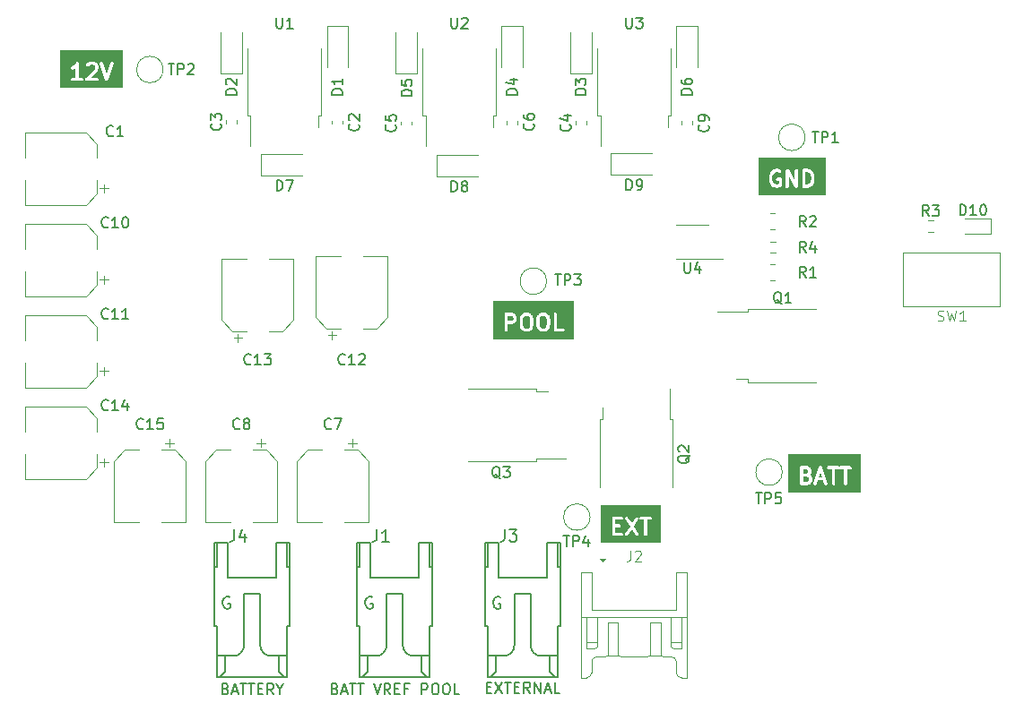
<source format=gbr>
%TF.GenerationSoftware,KiCad,Pcbnew,7.0.1-0*%
%TF.CreationDate,2023-05-25T18:05:17+09:00*%
%TF.ProjectId,Transformation,5472616e-7366-46f7-926d-6174696f6e2e,rev?*%
%TF.SameCoordinates,Original*%
%TF.FileFunction,Legend,Top*%
%TF.FilePolarity,Positive*%
%FSLAX46Y46*%
G04 Gerber Fmt 4.6, Leading zero omitted, Abs format (unit mm)*
G04 Created by KiCad (PCBNEW 7.0.1-0) date 2023-05-25 18:05:17*
%MOMM*%
%LPD*%
G01*
G04 APERTURE LIST*
%ADD10C,0.300000*%
%ADD11C,0.153000*%
%ADD12C,0.150000*%
%ADD13C,0.100000*%
%ADD14C,0.120000*%
%ADD15C,0.127000*%
G04 APERTURE END LIST*
D10*
G36*
X113833206Y-82896630D02*
G01*
X107911778Y-82896630D01*
X107911778Y-80982854D01*
X108930543Y-80982854D01*
X108958323Y-81066447D01*
X109026887Y-81121750D01*
X109114466Y-81131205D01*
X109279893Y-81048490D01*
X109304557Y-81043125D01*
X109333777Y-81013904D01*
X109364048Y-80985748D01*
X109364774Y-80982907D01*
X109365349Y-80982333D01*
X109365349Y-81898772D01*
X109065210Y-81898772D01*
X109002258Y-81917256D01*
X108944573Y-81983829D01*
X108932036Y-82071021D01*
X108968629Y-82151148D01*
X109042734Y-82198772D01*
X109504618Y-82198772D01*
X109537598Y-82203514D01*
X109547981Y-82198772D01*
X109965489Y-82198772D01*
X110028441Y-82180288D01*
X110086126Y-82113715D01*
X110092265Y-82071021D01*
X110289178Y-82071021D01*
X110296232Y-82086468D01*
X110297444Y-82103404D01*
X110314172Y-82125751D01*
X110325771Y-82151148D01*
X110340055Y-82160327D01*
X110350233Y-82173924D01*
X110376394Y-82183681D01*
X110399876Y-82198772D01*
X110416854Y-82198772D01*
X110432767Y-82204707D01*
X110460049Y-82198772D01*
X111394060Y-82198772D01*
X111457012Y-82180288D01*
X111514697Y-82113715D01*
X111527234Y-82026523D01*
X111490641Y-81946396D01*
X111416536Y-81898772D01*
X110806052Y-81898772D01*
X111401420Y-81303403D01*
X111429437Y-81280847D01*
X111439130Y-81251768D01*
X111453823Y-81224860D01*
X111452811Y-81210723D01*
X111508847Y-81042619D01*
X111522492Y-81021388D01*
X111522492Y-80980076D01*
X111523987Y-80938751D01*
X111522492Y-80936229D01*
X111522492Y-80842561D01*
X111526353Y-80806797D01*
X111512644Y-80779381D01*
X111504008Y-80749966D01*
X111493296Y-80740684D01*
X111443638Y-80641369D01*
X111438273Y-80616706D01*
X111409042Y-80587475D01*
X111380896Y-80557216D01*
X111378056Y-80556489D01*
X111375989Y-80554422D01*
X111644833Y-80554422D01*
X112150179Y-82070463D01*
X112149568Y-82087366D01*
X112163839Y-82111444D01*
X112165581Y-82116668D01*
X112174790Y-82129919D01*
X112194483Y-82163143D01*
X112199695Y-82165755D01*
X112203024Y-82170544D01*
X112238707Y-82185305D01*
X112273237Y-82202609D01*
X112279036Y-82201988D01*
X112284422Y-82204216D01*
X112322419Y-82197343D01*
X112360823Y-82193232D01*
X112365363Y-82189576D01*
X112371104Y-82188538D01*
X112399364Y-82162202D01*
X112429438Y-82137990D01*
X112431281Y-82132458D01*
X112435547Y-82128484D01*
X112445079Y-82091066D01*
X112950186Y-80575745D01*
X112952558Y-80510178D01*
X112907643Y-80434401D01*
X112828890Y-80394935D01*
X112741303Y-80404312D01*
X112672688Y-80459554D01*
X112301062Y-81574430D01*
X111936545Y-80480877D01*
X111899102Y-80427000D01*
X111817704Y-80393328D01*
X111731022Y-80409007D01*
X111666579Y-80469060D01*
X111644833Y-80554422D01*
X111375989Y-80554422D01*
X111348998Y-80527432D01*
X111336111Y-80505734D01*
X111299157Y-80487257D01*
X111262866Y-80467440D01*
X111259941Y-80467649D01*
X111161079Y-80418217D01*
X111130821Y-80398772D01*
X111100170Y-80398772D01*
X111069996Y-80393342D01*
X111056904Y-80398772D01*
X110737711Y-80398772D01*
X110701947Y-80394911D01*
X110674531Y-80408618D01*
X110645115Y-80417256D01*
X110635833Y-80427967D01*
X110536515Y-80477626D01*
X110511854Y-80482991D01*
X110482632Y-80512212D01*
X110452364Y-80540368D01*
X110451637Y-80543207D01*
X110394032Y-80600814D01*
X110362588Y-80658398D01*
X110368873Y-80746261D01*
X110421662Y-80816781D01*
X110504196Y-80847564D01*
X110590271Y-80828839D01*
X110675630Y-80743479D01*
X110765046Y-80698772D01*
X111051367Y-80698772D01*
X111140781Y-80743479D01*
X111177785Y-80780483D01*
X111222492Y-80869896D01*
X111222492Y-80953003D01*
X111169958Y-81110601D01*
X110364926Y-81915633D01*
X110359400Y-81917256D01*
X110334062Y-81946497D01*
X110322603Y-81957957D01*
X110319995Y-81962731D01*
X110301715Y-81983829D01*
X110299298Y-82000634D01*
X110291159Y-82015541D01*
X110293151Y-82043389D01*
X110289178Y-82071021D01*
X110092265Y-82071021D01*
X110098663Y-82026523D01*
X110062070Y-81946396D01*
X109987965Y-81898772D01*
X109665349Y-81898772D01*
X109665349Y-80571629D01*
X109671660Y-80551399D01*
X109665349Y-80528489D01*
X109665349Y-80527204D01*
X109659624Y-80507708D01*
X109648266Y-80466474D01*
X109647250Y-80465563D01*
X109646865Y-80464252D01*
X109614535Y-80436238D01*
X109582672Y-80407677D01*
X109581322Y-80407459D01*
X109580292Y-80406567D01*
X109537984Y-80400483D01*
X109495704Y-80393678D01*
X109494452Y-80394224D01*
X109493100Y-80394030D01*
X109454157Y-80411814D01*
X109414973Y-80428920D01*
X109414216Y-80430055D01*
X109412973Y-80430623D01*
X109389827Y-80466638D01*
X109255924Y-80667493D01*
X109140781Y-80782636D01*
X109000405Y-80852826D01*
X108952365Y-80897511D01*
X108930543Y-80982854D01*
X107911778Y-80982854D01*
X107911778Y-79318058D01*
X113833206Y-79318058D01*
X113833206Y-82896630D01*
G37*
D11*
X148188539Y-139546153D02*
X148521872Y-139546153D01*
X148664729Y-140069963D02*
X148188539Y-140069963D01*
X148188539Y-140069963D02*
X148188539Y-139069963D01*
X148188539Y-139069963D02*
X148664729Y-139069963D01*
X148998063Y-139069963D02*
X149664729Y-140069963D01*
X149664729Y-139069963D02*
X148998063Y-140069963D01*
X149902825Y-139069963D02*
X150474253Y-139069963D01*
X150188539Y-140069963D02*
X150188539Y-139069963D01*
X150807587Y-139546153D02*
X151140920Y-139546153D01*
X151283777Y-140069963D02*
X150807587Y-140069963D01*
X150807587Y-140069963D02*
X150807587Y-139069963D01*
X150807587Y-139069963D02*
X151283777Y-139069963D01*
X152283777Y-140069963D02*
X151950444Y-139593772D01*
X151712349Y-140069963D02*
X151712349Y-139069963D01*
X151712349Y-139069963D02*
X152093301Y-139069963D01*
X152093301Y-139069963D02*
X152188539Y-139117582D01*
X152188539Y-139117582D02*
X152236158Y-139165201D01*
X152236158Y-139165201D02*
X152283777Y-139260439D01*
X152283777Y-139260439D02*
X152283777Y-139403296D01*
X152283777Y-139403296D02*
X152236158Y-139498534D01*
X152236158Y-139498534D02*
X152188539Y-139546153D01*
X152188539Y-139546153D02*
X152093301Y-139593772D01*
X152093301Y-139593772D02*
X151712349Y-139593772D01*
X152712349Y-140069963D02*
X152712349Y-139069963D01*
X152712349Y-139069963D02*
X153283777Y-140069963D01*
X153283777Y-140069963D02*
X153283777Y-139069963D01*
X153712349Y-139784248D02*
X154188539Y-139784248D01*
X153617111Y-140069963D02*
X153950444Y-139069963D01*
X153950444Y-139069963D02*
X154283777Y-140069963D01*
X155093301Y-140069963D02*
X154617111Y-140069963D01*
X154617111Y-140069963D02*
X154617111Y-139069963D01*
X123542491Y-139673153D02*
X123685348Y-139720772D01*
X123685348Y-139720772D02*
X123732967Y-139768391D01*
X123732967Y-139768391D02*
X123780586Y-139863629D01*
X123780586Y-139863629D02*
X123780586Y-140006486D01*
X123780586Y-140006486D02*
X123732967Y-140101724D01*
X123732967Y-140101724D02*
X123685348Y-140149344D01*
X123685348Y-140149344D02*
X123590110Y-140196963D01*
X123590110Y-140196963D02*
X123209158Y-140196963D01*
X123209158Y-140196963D02*
X123209158Y-139196963D01*
X123209158Y-139196963D02*
X123542491Y-139196963D01*
X123542491Y-139196963D02*
X123637729Y-139244582D01*
X123637729Y-139244582D02*
X123685348Y-139292201D01*
X123685348Y-139292201D02*
X123732967Y-139387439D01*
X123732967Y-139387439D02*
X123732967Y-139482677D01*
X123732967Y-139482677D02*
X123685348Y-139577915D01*
X123685348Y-139577915D02*
X123637729Y-139625534D01*
X123637729Y-139625534D02*
X123542491Y-139673153D01*
X123542491Y-139673153D02*
X123209158Y-139673153D01*
X124161539Y-139911248D02*
X124637729Y-139911248D01*
X124066301Y-140196963D02*
X124399634Y-139196963D01*
X124399634Y-139196963D02*
X124732967Y-140196963D01*
X124923444Y-139196963D02*
X125494872Y-139196963D01*
X125209158Y-140196963D02*
X125209158Y-139196963D01*
X125685349Y-139196963D02*
X126256777Y-139196963D01*
X125971063Y-140196963D02*
X125971063Y-139196963D01*
X126590111Y-139673153D02*
X126923444Y-139673153D01*
X127066301Y-140196963D02*
X126590111Y-140196963D01*
X126590111Y-140196963D02*
X126590111Y-139196963D01*
X126590111Y-139196963D02*
X127066301Y-139196963D01*
X128066301Y-140196963D02*
X127732968Y-139720772D01*
X127494873Y-140196963D02*
X127494873Y-139196963D01*
X127494873Y-139196963D02*
X127875825Y-139196963D01*
X127875825Y-139196963D02*
X127971063Y-139244582D01*
X127971063Y-139244582D02*
X128018682Y-139292201D01*
X128018682Y-139292201D02*
X128066301Y-139387439D01*
X128066301Y-139387439D02*
X128066301Y-139530296D01*
X128066301Y-139530296D02*
X128018682Y-139625534D01*
X128018682Y-139625534D02*
X127971063Y-139673153D01*
X127971063Y-139673153D02*
X127875825Y-139720772D01*
X127875825Y-139720772D02*
X127494873Y-139720772D01*
X128685349Y-139720772D02*
X128685349Y-140196963D01*
X128352016Y-139196963D02*
X128685349Y-139720772D01*
X128685349Y-139720772D02*
X129018682Y-139196963D01*
D10*
G36*
X164654064Y-125913630D02*
G01*
X158946921Y-125913630D01*
X158946921Y-125088021D01*
X160038607Y-125088021D01*
X160052447Y-125118327D01*
X160061833Y-125150292D01*
X160070458Y-125157766D01*
X160075200Y-125168148D01*
X160103227Y-125186160D01*
X160128406Y-125207977D01*
X160139703Y-125209601D01*
X160149305Y-125215772D01*
X160182618Y-125215772D01*
X160215598Y-125220514D01*
X160225981Y-125215772D01*
X160929203Y-125215772D01*
X160992155Y-125197288D01*
X161049840Y-125130715D01*
X161059556Y-125063145D01*
X161251324Y-125063145D01*
X161274718Y-125148070D01*
X161340312Y-125206867D01*
X161427280Y-125220866D01*
X161508011Y-125185624D01*
X161907634Y-124586188D01*
X162294791Y-125166923D01*
X162345091Y-125209049D01*
X162432481Y-125220118D01*
X162511983Y-125182184D01*
X162558354Y-125107290D01*
X162556874Y-125019214D01*
X162087912Y-124315771D01*
X162544407Y-123631031D01*
X162557825Y-123588021D01*
X162610036Y-123588021D01*
X162646629Y-123668148D01*
X162720734Y-123715772D01*
X163043349Y-123715772D01*
X163043349Y-125087340D01*
X163061833Y-125150292D01*
X163128406Y-125207977D01*
X163215598Y-125220514D01*
X163295725Y-125183921D01*
X163343349Y-125109816D01*
X163343349Y-123715772D01*
X163643489Y-123715772D01*
X163706441Y-123697288D01*
X163764126Y-123630715D01*
X163776663Y-123543523D01*
X163740070Y-123463396D01*
X163665965Y-123415772D01*
X163204080Y-123415772D01*
X163171100Y-123411030D01*
X163160717Y-123415772D01*
X162743210Y-123415772D01*
X162680258Y-123434256D01*
X162622573Y-123500829D01*
X162610036Y-123588021D01*
X162557825Y-123588021D01*
X162563946Y-123568399D01*
X162540552Y-123483474D01*
X162474958Y-123424677D01*
X162387990Y-123410678D01*
X162307259Y-123445920D01*
X161907635Y-124045355D01*
X161520479Y-123464621D01*
X161470180Y-123422495D01*
X161382790Y-123411426D01*
X161303287Y-123449360D01*
X161256916Y-123524254D01*
X161258396Y-123612330D01*
X161727357Y-124315772D01*
X161270864Y-125000513D01*
X161251324Y-125063145D01*
X161059556Y-125063145D01*
X161062377Y-125043523D01*
X161025784Y-124963396D01*
X160951679Y-124915772D01*
X160343349Y-124915772D01*
X160343349Y-124430058D01*
X160714917Y-124430058D01*
X160777869Y-124411574D01*
X160835554Y-124345001D01*
X160848091Y-124257809D01*
X160811498Y-124177682D01*
X160737393Y-124130058D01*
X160343349Y-124130058D01*
X160343349Y-123715772D01*
X160929203Y-123715772D01*
X160992155Y-123697288D01*
X161049840Y-123630715D01*
X161062377Y-123543523D01*
X161025784Y-123463396D01*
X160951679Y-123415772D01*
X160204080Y-123415772D01*
X160171100Y-123411030D01*
X160140793Y-123424870D01*
X160108829Y-123434256D01*
X160101354Y-123442881D01*
X160090973Y-123447623D01*
X160072960Y-123475650D01*
X160051144Y-123500829D01*
X160049519Y-123512126D01*
X160043349Y-123521728D01*
X160043349Y-123555041D01*
X160038607Y-123588021D01*
X160043349Y-123598404D01*
X160043349Y-124269327D01*
X160038607Y-124302307D01*
X160043349Y-124312690D01*
X160043349Y-125055041D01*
X160038607Y-125088021D01*
X158946921Y-125088021D01*
X158946921Y-122335058D01*
X164654064Y-122335058D01*
X164654064Y-125913630D01*
G37*
G36*
X179856664Y-119687201D02*
G01*
X179558606Y-119687201D01*
X179707635Y-119240113D01*
X179856664Y-119687201D01*
G37*
G36*
X178555179Y-119682591D02*
G01*
X178584357Y-119711769D01*
X178629063Y-119801182D01*
X178629063Y-119944648D01*
X178584356Y-120034062D01*
X178547351Y-120071066D01*
X178457939Y-120115772D01*
X178071920Y-120115772D01*
X178071920Y-119630058D01*
X178397578Y-119630058D01*
X178555179Y-119682591D01*
G37*
G36*
X178475924Y-118960479D02*
G01*
X178512928Y-118997483D01*
X178557635Y-119086896D01*
X178557635Y-119158934D01*
X178512929Y-119248344D01*
X178475923Y-119285350D01*
X178389081Y-119328772D01*
X178383326Y-119328564D01*
X178380805Y-119330058D01*
X178071920Y-119330058D01*
X178071920Y-118915772D01*
X178386510Y-118915772D01*
X178475924Y-118960479D01*
G37*
G36*
X183525492Y-121113630D02*
G01*
X176675492Y-121113630D01*
X176675492Y-120288021D01*
X177767178Y-120288021D01*
X177781018Y-120318327D01*
X177790404Y-120350292D01*
X177799029Y-120357766D01*
X177803771Y-120368148D01*
X177831798Y-120386160D01*
X177856977Y-120407977D01*
X177868274Y-120409601D01*
X177877876Y-120415772D01*
X177911189Y-120415772D01*
X177944169Y-120420514D01*
X177954552Y-120415772D01*
X178485273Y-120415772D01*
X178521036Y-120419633D01*
X178548450Y-120405925D01*
X178577869Y-120397288D01*
X178587150Y-120386576D01*
X178686466Y-120336918D01*
X178711128Y-120331554D01*
X178738315Y-120304366D01*
X179056140Y-120304366D01*
X179101055Y-120380143D01*
X179179809Y-120419609D01*
X179267395Y-120410232D01*
X179336010Y-120354990D01*
X179458606Y-119987201D01*
X179956664Y-119987201D01*
X180072153Y-120333668D01*
X180109596Y-120387544D01*
X180190994Y-120421216D01*
X180277676Y-120405538D01*
X180342119Y-120345484D01*
X180363865Y-120260122D01*
X180218301Y-119823429D01*
X180219520Y-119814952D01*
X180204544Y-119782161D01*
X179873165Y-118788021D01*
X180338607Y-118788021D01*
X180375200Y-118868148D01*
X180449305Y-118915772D01*
X180771920Y-118915772D01*
X180771920Y-120287340D01*
X180790404Y-120350292D01*
X180856977Y-120407977D01*
X180944169Y-120420514D01*
X181024296Y-120383921D01*
X181071920Y-120309816D01*
X181071920Y-118915772D01*
X181372060Y-118915772D01*
X181435012Y-118897288D01*
X181492697Y-118830715D01*
X181494676Y-118816951D01*
X181518057Y-118868148D01*
X181592162Y-118915772D01*
X181914777Y-118915772D01*
X181914777Y-120287340D01*
X181933261Y-120350292D01*
X181999834Y-120407977D01*
X182087026Y-120420514D01*
X182167153Y-120383921D01*
X182214777Y-120309816D01*
X182214777Y-118915772D01*
X182514917Y-118915772D01*
X182577869Y-118897288D01*
X182635554Y-118830715D01*
X182648091Y-118743523D01*
X182611498Y-118663396D01*
X182537393Y-118615772D01*
X182075508Y-118615772D01*
X182042528Y-118611030D01*
X182032145Y-118615772D01*
X181614638Y-118615772D01*
X181551686Y-118634256D01*
X181494001Y-118700829D01*
X181492021Y-118714592D01*
X181468641Y-118663396D01*
X181394536Y-118615772D01*
X180932651Y-118615772D01*
X180899671Y-118611030D01*
X180889288Y-118615772D01*
X180471781Y-118615772D01*
X180408829Y-118634256D01*
X180351144Y-118700829D01*
X180338607Y-118788021D01*
X179873165Y-118788021D01*
X179858518Y-118744081D01*
X179859130Y-118727178D01*
X179844857Y-118703098D01*
X179843117Y-118697877D01*
X179833910Y-118684629D01*
X179814215Y-118651401D01*
X179809001Y-118648788D01*
X179805674Y-118644000D01*
X179769993Y-118629240D01*
X179735462Y-118611935D01*
X179729661Y-118612555D01*
X179724276Y-118610328D01*
X179686284Y-118617199D01*
X179647875Y-118621312D01*
X179643332Y-118624968D01*
X179637594Y-118626007D01*
X179609337Y-118652338D01*
X179579260Y-118676554D01*
X179577416Y-118682085D01*
X179573151Y-118686060D01*
X179563618Y-118723477D01*
X179217613Y-119761494D01*
X179208287Y-119772258D01*
X179203933Y-119802533D01*
X179058512Y-120238799D01*
X179056140Y-120304366D01*
X178738315Y-120304366D01*
X178740339Y-120302342D01*
X178770619Y-120274177D01*
X178771345Y-120271336D01*
X178800402Y-120242279D01*
X178822102Y-120229391D01*
X178840576Y-120192441D01*
X178860396Y-120156146D01*
X178860186Y-120153221D01*
X178909615Y-120054363D01*
X178929063Y-120024102D01*
X178929063Y-119993450D01*
X178934493Y-119963276D01*
X178929063Y-119950184D01*
X178929063Y-119773848D01*
X178932924Y-119738085D01*
X178919216Y-119710670D01*
X178910579Y-119681252D01*
X178899867Y-119671970D01*
X178850209Y-119572654D01*
X178844845Y-119547993D01*
X178815633Y-119518781D01*
X178787468Y-119488502D01*
X178784627Y-119487775D01*
X178747984Y-119451132D01*
X178744794Y-119447169D01*
X178750673Y-119443678D01*
X178769156Y-119406711D01*
X178788966Y-119370433D01*
X178788756Y-119367510D01*
X178838187Y-119268649D01*
X178857635Y-119238388D01*
X178857635Y-119207735D01*
X178863065Y-119177563D01*
X178857635Y-119164471D01*
X178857635Y-119059561D01*
X178861496Y-119023797D01*
X178847787Y-118996381D01*
X178839151Y-118966966D01*
X178828439Y-118957684D01*
X178778781Y-118858369D01*
X178773416Y-118833706D01*
X178744185Y-118804475D01*
X178716039Y-118774216D01*
X178713199Y-118773489D01*
X178684141Y-118744432D01*
X178671254Y-118722734D01*
X178634300Y-118704257D01*
X178598009Y-118684440D01*
X178595084Y-118684649D01*
X178496222Y-118635217D01*
X178465964Y-118615772D01*
X178435313Y-118615772D01*
X178405139Y-118610342D01*
X178392047Y-118615772D01*
X177932651Y-118615772D01*
X177899671Y-118611030D01*
X177869364Y-118624870D01*
X177837400Y-118634256D01*
X177829925Y-118642881D01*
X177819544Y-118647623D01*
X177801531Y-118675650D01*
X177779715Y-118700829D01*
X177778090Y-118712126D01*
X177771920Y-118721728D01*
X177771920Y-118755041D01*
X177767178Y-118788021D01*
X177771920Y-118798404D01*
X177771920Y-119469327D01*
X177767178Y-119502307D01*
X177771920Y-119512690D01*
X177771920Y-120255041D01*
X177767178Y-120288021D01*
X176675492Y-120288021D01*
X176675492Y-117535058D01*
X183525492Y-117535058D01*
X183525492Y-121113630D01*
G37*
D11*
X133861634Y-139673153D02*
X134004491Y-139720772D01*
X134004491Y-139720772D02*
X134052110Y-139768391D01*
X134052110Y-139768391D02*
X134099729Y-139863629D01*
X134099729Y-139863629D02*
X134099729Y-140006486D01*
X134099729Y-140006486D02*
X134052110Y-140101724D01*
X134052110Y-140101724D02*
X134004491Y-140149344D01*
X134004491Y-140149344D02*
X133909253Y-140196963D01*
X133909253Y-140196963D02*
X133528301Y-140196963D01*
X133528301Y-140196963D02*
X133528301Y-139196963D01*
X133528301Y-139196963D02*
X133861634Y-139196963D01*
X133861634Y-139196963D02*
X133956872Y-139244582D01*
X133956872Y-139244582D02*
X134004491Y-139292201D01*
X134004491Y-139292201D02*
X134052110Y-139387439D01*
X134052110Y-139387439D02*
X134052110Y-139482677D01*
X134052110Y-139482677D02*
X134004491Y-139577915D01*
X134004491Y-139577915D02*
X133956872Y-139625534D01*
X133956872Y-139625534D02*
X133861634Y-139673153D01*
X133861634Y-139673153D02*
X133528301Y-139673153D01*
X134480682Y-139911248D02*
X134956872Y-139911248D01*
X134385444Y-140196963D02*
X134718777Y-139196963D01*
X134718777Y-139196963D02*
X135052110Y-140196963D01*
X135242587Y-139196963D02*
X135814015Y-139196963D01*
X135528301Y-140196963D02*
X135528301Y-139196963D01*
X136004492Y-139196963D02*
X136575920Y-139196963D01*
X136290206Y-140196963D02*
X136290206Y-139196963D01*
X137528302Y-139196963D02*
X137861635Y-140196963D01*
X137861635Y-140196963D02*
X138194968Y-139196963D01*
X139099730Y-140196963D02*
X138766397Y-139720772D01*
X138528302Y-140196963D02*
X138528302Y-139196963D01*
X138528302Y-139196963D02*
X138909254Y-139196963D01*
X138909254Y-139196963D02*
X139004492Y-139244582D01*
X139004492Y-139244582D02*
X139052111Y-139292201D01*
X139052111Y-139292201D02*
X139099730Y-139387439D01*
X139099730Y-139387439D02*
X139099730Y-139530296D01*
X139099730Y-139530296D02*
X139052111Y-139625534D01*
X139052111Y-139625534D02*
X139004492Y-139673153D01*
X139004492Y-139673153D02*
X138909254Y-139720772D01*
X138909254Y-139720772D02*
X138528302Y-139720772D01*
X139528302Y-139673153D02*
X139861635Y-139673153D01*
X140004492Y-140196963D02*
X139528302Y-140196963D01*
X139528302Y-140196963D02*
X139528302Y-139196963D01*
X139528302Y-139196963D02*
X140004492Y-139196963D01*
X140766397Y-139673153D02*
X140433064Y-139673153D01*
X140433064Y-140196963D02*
X140433064Y-139196963D01*
X140433064Y-139196963D02*
X140909254Y-139196963D01*
X142052112Y-140196963D02*
X142052112Y-139196963D01*
X142052112Y-139196963D02*
X142433064Y-139196963D01*
X142433064Y-139196963D02*
X142528302Y-139244582D01*
X142528302Y-139244582D02*
X142575921Y-139292201D01*
X142575921Y-139292201D02*
X142623540Y-139387439D01*
X142623540Y-139387439D02*
X142623540Y-139530296D01*
X142623540Y-139530296D02*
X142575921Y-139625534D01*
X142575921Y-139625534D02*
X142528302Y-139673153D01*
X142528302Y-139673153D02*
X142433064Y-139720772D01*
X142433064Y-139720772D02*
X142052112Y-139720772D01*
X143242588Y-139196963D02*
X143433064Y-139196963D01*
X143433064Y-139196963D02*
X143528302Y-139244582D01*
X143528302Y-139244582D02*
X143623540Y-139339820D01*
X143623540Y-139339820D02*
X143671159Y-139530296D01*
X143671159Y-139530296D02*
X143671159Y-139863629D01*
X143671159Y-139863629D02*
X143623540Y-140054105D01*
X143623540Y-140054105D02*
X143528302Y-140149344D01*
X143528302Y-140149344D02*
X143433064Y-140196963D01*
X143433064Y-140196963D02*
X143242588Y-140196963D01*
X143242588Y-140196963D02*
X143147350Y-140149344D01*
X143147350Y-140149344D02*
X143052112Y-140054105D01*
X143052112Y-140054105D02*
X143004493Y-139863629D01*
X143004493Y-139863629D02*
X143004493Y-139530296D01*
X143004493Y-139530296D02*
X143052112Y-139339820D01*
X143052112Y-139339820D02*
X143147350Y-139244582D01*
X143147350Y-139244582D02*
X143242588Y-139196963D01*
X144290207Y-139196963D02*
X144480683Y-139196963D01*
X144480683Y-139196963D02*
X144575921Y-139244582D01*
X144575921Y-139244582D02*
X144671159Y-139339820D01*
X144671159Y-139339820D02*
X144718778Y-139530296D01*
X144718778Y-139530296D02*
X144718778Y-139863629D01*
X144718778Y-139863629D02*
X144671159Y-140054105D01*
X144671159Y-140054105D02*
X144575921Y-140149344D01*
X144575921Y-140149344D02*
X144480683Y-140196963D01*
X144480683Y-140196963D02*
X144290207Y-140196963D01*
X144290207Y-140196963D02*
X144194969Y-140149344D01*
X144194969Y-140149344D02*
X144099731Y-140054105D01*
X144099731Y-140054105D02*
X144052112Y-139863629D01*
X144052112Y-139863629D02*
X144052112Y-139530296D01*
X144052112Y-139530296D02*
X144099731Y-139339820D01*
X144099731Y-139339820D02*
X144194969Y-139244582D01*
X144194969Y-139244582D02*
X144290207Y-139196963D01*
X145623540Y-140196963D02*
X145147350Y-140196963D01*
X145147350Y-140196963D02*
X145147350Y-139196963D01*
D10*
G36*
X178633751Y-90868306D02*
G01*
X178734357Y-90968912D01*
X178787535Y-91075266D01*
X178850492Y-91327093D01*
X178850492Y-91504451D01*
X178787536Y-91756273D01*
X178734358Y-91862630D01*
X178633749Y-91963239D01*
X178476151Y-92015772D01*
X178293349Y-92015772D01*
X178293349Y-90815772D01*
X178476151Y-90815772D01*
X178633751Y-90868306D01*
G37*
G36*
X180175493Y-93013630D02*
G01*
X173825492Y-93013630D01*
X173825492Y-91516566D01*
X174844288Y-91516566D01*
X174850492Y-91541382D01*
X174850492Y-91544483D01*
X174855710Y-91562256D01*
X174919918Y-91819088D01*
X174918059Y-91836317D01*
X174930392Y-91860984D01*
X174931630Y-91865933D01*
X174940003Y-91880205D01*
X175000773Y-92001744D01*
X175006139Y-92026408D01*
X175035363Y-92055633D01*
X175063516Y-92085899D01*
X175066355Y-92086625D01*
X175174430Y-92194701D01*
X175196988Y-92222719D01*
X175226067Y-92232412D01*
X175252974Y-92247104D01*
X175267110Y-92246092D01*
X175435217Y-92302127D01*
X175456448Y-92315772D01*
X175497771Y-92315772D01*
X175539086Y-92317266D01*
X175541607Y-92315772D01*
X175624544Y-92315772D01*
X175648999Y-92322002D01*
X175688187Y-92308939D01*
X175727869Y-92297288D01*
X175729788Y-92295072D01*
X175897406Y-92239200D01*
X175932558Y-92231553D01*
X175954230Y-92209880D01*
X175979406Y-92192384D01*
X175984824Y-92179285D01*
X176015990Y-92148119D01*
X176031439Y-92141064D01*
X176046534Y-92117574D01*
X176050380Y-92113729D01*
X176058146Y-92099505D01*
X176079063Y-92066959D01*
X176079063Y-92061201D01*
X176081824Y-92056145D01*
X176079063Y-92017553D01*
X176079063Y-91533646D01*
X176083805Y-91500666D01*
X176069964Y-91470359D01*
X176060579Y-91438395D01*
X176051953Y-91430920D01*
X176047212Y-91420539D01*
X176019184Y-91402526D01*
X175994006Y-91380710D01*
X175982708Y-91379085D01*
X175973107Y-91372915D01*
X175939794Y-91372915D01*
X175906814Y-91368173D01*
X175896431Y-91372915D01*
X175621781Y-91372915D01*
X175558829Y-91391399D01*
X175501144Y-91457972D01*
X175488607Y-91545164D01*
X175525200Y-91625291D01*
X175599305Y-91672915D01*
X175779063Y-91672915D01*
X175779063Y-91960784D01*
X175776606Y-91963239D01*
X175619008Y-92015772D01*
X175524834Y-92015772D01*
X175367233Y-91963239D01*
X175266626Y-91862630D01*
X175213448Y-91756276D01*
X175150492Y-91504451D01*
X175150492Y-91327093D01*
X175213446Y-91075272D01*
X175266627Y-90968912D01*
X175367233Y-90868305D01*
X175524833Y-90815772D01*
X175679367Y-90815772D01*
X175809843Y-90881010D01*
X175874416Y-90892631D01*
X175955783Y-90858884D01*
X176005990Y-90786504D01*
X176008972Y-90701952D01*
X176419832Y-90701952D01*
X176421920Y-90705606D01*
X176421920Y-92187340D01*
X176440404Y-92250292D01*
X176506977Y-92307977D01*
X176594169Y-92320514D01*
X176674296Y-92283921D01*
X176721920Y-92209816D01*
X176721920Y-91230606D01*
X177290095Y-92224913D01*
X177297547Y-92250292D01*
X177327880Y-92276575D01*
X177356809Y-92304406D01*
X177360939Y-92305221D01*
X177364120Y-92307977D01*
X177403853Y-92313690D01*
X177443230Y-92321461D01*
X177447143Y-92319914D01*
X177451312Y-92320514D01*
X177487835Y-92303834D01*
X177525154Y-92289087D01*
X177527610Y-92285669D01*
X177531439Y-92283921D01*
X177553130Y-92250167D01*
X177576569Y-92217562D01*
X177576788Y-92213355D01*
X177579063Y-92209816D01*
X177579063Y-92188021D01*
X177988607Y-92188021D01*
X178002447Y-92218327D01*
X178011833Y-92250292D01*
X178020458Y-92257766D01*
X178025200Y-92268148D01*
X178053227Y-92286160D01*
X178078406Y-92307977D01*
X178089703Y-92309601D01*
X178099305Y-92315772D01*
X178132618Y-92315772D01*
X178165598Y-92320514D01*
X178175981Y-92315772D01*
X178481687Y-92315772D01*
X178506142Y-92322002D01*
X178545330Y-92308939D01*
X178585012Y-92297288D01*
X178586931Y-92295072D01*
X178754545Y-92239201D01*
X178789701Y-92231554D01*
X178811377Y-92209877D01*
X178836549Y-92192384D01*
X178841966Y-92179287D01*
X178950401Y-92070851D01*
X178972102Y-92057963D01*
X178990583Y-92021000D01*
X179010396Y-91984717D01*
X179010186Y-91981793D01*
X179051279Y-91899607D01*
X179063903Y-91887738D01*
X179070591Y-91860984D01*
X179072873Y-91856421D01*
X179075804Y-91840130D01*
X179140025Y-91583245D01*
X179150492Y-91566959D01*
X179150492Y-91541379D01*
X179151244Y-91538371D01*
X179150492Y-91519866D01*
X179150492Y-91333316D01*
X179156696Y-91314978D01*
X179150492Y-91290162D01*
X179150492Y-91287061D01*
X179145273Y-91269287D01*
X179081064Y-91012454D01*
X179082925Y-90995226D01*
X179070590Y-90970557D01*
X179069354Y-90965611D01*
X179060982Y-90951341D01*
X179000210Y-90829798D01*
X178994845Y-90805136D01*
X178965624Y-90775915D01*
X178937468Y-90745645D01*
X178934627Y-90744918D01*
X178826554Y-90636845D01*
X178803996Y-90608826D01*
X178774915Y-90599132D01*
X178748009Y-90584440D01*
X178733871Y-90585451D01*
X178565767Y-90529416D01*
X178544536Y-90515772D01*
X178503223Y-90515772D01*
X178461899Y-90514277D01*
X178459377Y-90515772D01*
X178154080Y-90515772D01*
X178121100Y-90511030D01*
X178090793Y-90524870D01*
X178058829Y-90534256D01*
X178051354Y-90542881D01*
X178040973Y-90547623D01*
X178022960Y-90575650D01*
X178001144Y-90600829D01*
X177999519Y-90612126D01*
X177993349Y-90621728D01*
X177993349Y-90655041D01*
X177988607Y-90688021D01*
X177993349Y-90698404D01*
X177993349Y-92155041D01*
X177988607Y-92188021D01*
X177579063Y-92188021D01*
X177579063Y-92169690D01*
X177581152Y-92129592D01*
X177579063Y-92125936D01*
X177579063Y-90644204D01*
X177560579Y-90581252D01*
X177494006Y-90523567D01*
X177406814Y-90511030D01*
X177326687Y-90547623D01*
X177279063Y-90621728D01*
X177279063Y-91600937D01*
X176710887Y-90606630D01*
X176703436Y-90581252D01*
X176673102Y-90554968D01*
X176644174Y-90527138D01*
X176640043Y-90526322D01*
X176636863Y-90523567D01*
X176597129Y-90517853D01*
X176557753Y-90510083D01*
X176553839Y-90511629D01*
X176549671Y-90511030D01*
X176513147Y-90527709D01*
X176475829Y-90542457D01*
X176473372Y-90545874D01*
X176469544Y-90547623D01*
X176447848Y-90581381D01*
X176424414Y-90613983D01*
X176424194Y-90618188D01*
X176421920Y-90621728D01*
X176421920Y-90661865D01*
X176419832Y-90701952D01*
X176008972Y-90701952D01*
X176009095Y-90698471D01*
X175964111Y-90622734D01*
X175789087Y-90535222D01*
X175758822Y-90515772D01*
X175728169Y-90515772D01*
X175697997Y-90510342D01*
X175684905Y-90515772D01*
X175519296Y-90515772D01*
X175494841Y-90509542D01*
X175455648Y-90522606D01*
X175415972Y-90534256D01*
X175414052Y-90536471D01*
X175246433Y-90592344D01*
X175211284Y-90599991D01*
X175189609Y-90621665D01*
X175164434Y-90639162D01*
X175159016Y-90652258D01*
X175050581Y-90760693D01*
X175028882Y-90773582D01*
X175010406Y-90810533D01*
X174990588Y-90846827D01*
X174990797Y-90849751D01*
X174949705Y-90931935D01*
X174937081Y-90943806D01*
X174930392Y-90970561D01*
X174928111Y-90975124D01*
X174925179Y-90991411D01*
X174860958Y-91248298D01*
X174850492Y-91264585D01*
X174850492Y-91290165D01*
X174849740Y-91293173D01*
X174850492Y-91311678D01*
X174850492Y-91498227D01*
X174844288Y-91516566D01*
X173825492Y-91516566D01*
X173825492Y-89435058D01*
X180175493Y-89435058D01*
X180175493Y-93013630D01*
G37*
G36*
X153725923Y-104460479D02*
G01*
X153822189Y-104556745D01*
X153879063Y-104784237D01*
X153879063Y-105247307D01*
X153822189Y-105474797D01*
X153725922Y-105571066D01*
X153636510Y-105615772D01*
X153421616Y-105615772D01*
X153332202Y-105571065D01*
X153235935Y-105474798D01*
X153179063Y-105247308D01*
X153179063Y-104784236D01*
X153235934Y-104556746D01*
X153332204Y-104460477D01*
X153421616Y-104415772D01*
X153636509Y-104415772D01*
X153725923Y-104460479D01*
G37*
G36*
X152154494Y-104460479D02*
G01*
X152250760Y-104556745D01*
X152307634Y-104784237D01*
X152307634Y-105247307D01*
X152250760Y-105474797D01*
X152154493Y-105571066D01*
X152065081Y-105615772D01*
X151850187Y-105615772D01*
X151760773Y-105571065D01*
X151664506Y-105474798D01*
X151607634Y-105247308D01*
X151607634Y-104784236D01*
X151664505Y-104556746D01*
X151760775Y-104460477D01*
X151850187Y-104415772D01*
X152065080Y-104415772D01*
X152154494Y-104460479D01*
G37*
G36*
X150654495Y-104460479D02*
G01*
X150691498Y-104497482D01*
X150736205Y-104586896D01*
X150736205Y-104730362D01*
X150691498Y-104819776D01*
X150654493Y-104856780D01*
X150565081Y-104901486D01*
X150179062Y-104901486D01*
X150179062Y-104415772D01*
X150565080Y-104415772D01*
X150654495Y-104460479D01*
G37*
G36*
X156418350Y-106613630D02*
G01*
X148782634Y-106613630D01*
X148782634Y-105073735D01*
X149874320Y-105073735D01*
X149879062Y-105084118D01*
X149879062Y-105787340D01*
X149897546Y-105850292D01*
X149964119Y-105907977D01*
X150051311Y-105920514D01*
X150131438Y-105883921D01*
X150179062Y-105809816D01*
X150179062Y-105259423D01*
X151301430Y-105259423D01*
X151307634Y-105284239D01*
X151307634Y-105287340D01*
X151312852Y-105305113D01*
X151382974Y-105585600D01*
X151391852Y-105626408D01*
X151409408Y-105643964D01*
X151421972Y-105665379D01*
X151439915Y-105674471D01*
X151552555Y-105787111D01*
X151565444Y-105808811D01*
X151602393Y-105827285D01*
X151638689Y-105847105D01*
X151641613Y-105846895D01*
X151740471Y-105896324D01*
X151770733Y-105915772D01*
X151801385Y-105915772D01*
X151831559Y-105921202D01*
X151844651Y-105915772D01*
X152092415Y-105915772D01*
X152128178Y-105919633D01*
X152155592Y-105905925D01*
X152185011Y-105897288D01*
X152194292Y-105886576D01*
X152293608Y-105836919D01*
X152318271Y-105831554D01*
X152347491Y-105802333D01*
X152377761Y-105774177D01*
X152378487Y-105771337D01*
X152490633Y-105659189D01*
X152521044Y-105630596D01*
X152527065Y-105606511D01*
X152538966Y-105584717D01*
X152537530Y-105564649D01*
X152597167Y-105326101D01*
X152607634Y-105309816D01*
X152607634Y-105284237D01*
X152608386Y-105281229D01*
X152607634Y-105262724D01*
X152607634Y-105259423D01*
X152872859Y-105259423D01*
X152879063Y-105284239D01*
X152879063Y-105287340D01*
X152884281Y-105305113D01*
X152954403Y-105585600D01*
X152963281Y-105626408D01*
X152980837Y-105643964D01*
X152993401Y-105665379D01*
X153011344Y-105674471D01*
X153123984Y-105787111D01*
X153136873Y-105808811D01*
X153173822Y-105827285D01*
X153210118Y-105847105D01*
X153213042Y-105846895D01*
X153311900Y-105896324D01*
X153342162Y-105915772D01*
X153372814Y-105915772D01*
X153402988Y-105921202D01*
X153416080Y-105915772D01*
X153663844Y-105915772D01*
X153699607Y-105919633D01*
X153727021Y-105905925D01*
X153756440Y-105897288D01*
X153765721Y-105886576D01*
X153865037Y-105836919D01*
X153889700Y-105831554D01*
X153918920Y-105802333D01*
X153934307Y-105788021D01*
X154517178Y-105788021D01*
X154531018Y-105818327D01*
X154540404Y-105850292D01*
X154549029Y-105857766D01*
X154553771Y-105868148D01*
X154581798Y-105886160D01*
X154606977Y-105907977D01*
X154618274Y-105909601D01*
X154627876Y-105915772D01*
X154661189Y-105915772D01*
X154694169Y-105920514D01*
X154704552Y-105915772D01*
X155407774Y-105915772D01*
X155470726Y-105897288D01*
X155528411Y-105830715D01*
X155540948Y-105743523D01*
X155504355Y-105663396D01*
X155430250Y-105615772D01*
X154821920Y-105615772D01*
X154821920Y-104244204D01*
X154803436Y-104181252D01*
X154736863Y-104123567D01*
X154649671Y-104111030D01*
X154569544Y-104147623D01*
X154521920Y-104221728D01*
X154521920Y-105755041D01*
X154517178Y-105788021D01*
X153934307Y-105788021D01*
X153949190Y-105774177D01*
X153949916Y-105771337D01*
X154062062Y-105659189D01*
X154092473Y-105630596D01*
X154098494Y-105606511D01*
X154110395Y-105584717D01*
X154108959Y-105564649D01*
X154168596Y-105326101D01*
X154179063Y-105309816D01*
X154179063Y-105284237D01*
X154179815Y-105281229D01*
X154179063Y-105262724D01*
X154179063Y-104790459D01*
X154185267Y-104772120D01*
X154179063Y-104747304D01*
X154179063Y-104744204D01*
X154173845Y-104726433D01*
X154103719Y-104445933D01*
X154094844Y-104405136D01*
X154077289Y-104387581D01*
X154064724Y-104366164D01*
X154046778Y-104357070D01*
X153934141Y-104244433D01*
X153921253Y-104222734D01*
X153884301Y-104204258D01*
X153848008Y-104184440D01*
X153845083Y-104184649D01*
X153746229Y-104135222D01*
X153715964Y-104115772D01*
X153685311Y-104115772D01*
X153655139Y-104110342D01*
X153642047Y-104115772D01*
X153394281Y-104115772D01*
X153358517Y-104111911D01*
X153331101Y-104125619D01*
X153301686Y-104134256D01*
X153292404Y-104144967D01*
X153193089Y-104194625D01*
X153168427Y-104199991D01*
X153139201Y-104229215D01*
X153108936Y-104257368D01*
X153108209Y-104260207D01*
X152996043Y-104372373D01*
X152965652Y-104400949D01*
X152959631Y-104425032D01*
X152947731Y-104446826D01*
X152949166Y-104466892D01*
X152889529Y-104705441D01*
X152879063Y-104721728D01*
X152879063Y-104747308D01*
X152878311Y-104750316D01*
X152879063Y-104768821D01*
X152879063Y-105241084D01*
X152872859Y-105259423D01*
X152607634Y-105259423D01*
X152607634Y-104790459D01*
X152613838Y-104772120D01*
X152607634Y-104747304D01*
X152607634Y-104744204D01*
X152602416Y-104726433D01*
X152532290Y-104445933D01*
X152523415Y-104405136D01*
X152505860Y-104387581D01*
X152493295Y-104366164D01*
X152475349Y-104357070D01*
X152362712Y-104244433D01*
X152349824Y-104222734D01*
X152312872Y-104204258D01*
X152276579Y-104184440D01*
X152273654Y-104184649D01*
X152174800Y-104135222D01*
X152144535Y-104115772D01*
X152113882Y-104115772D01*
X152083710Y-104110342D01*
X152070618Y-104115772D01*
X151822852Y-104115772D01*
X151787088Y-104111911D01*
X151759672Y-104125619D01*
X151730257Y-104134256D01*
X151720975Y-104144967D01*
X151621660Y-104194625D01*
X151596998Y-104199991D01*
X151567772Y-104229215D01*
X151537507Y-104257368D01*
X151536780Y-104260207D01*
X151424614Y-104372373D01*
X151394223Y-104400949D01*
X151388202Y-104425032D01*
X151376302Y-104446826D01*
X151377737Y-104466892D01*
X151318100Y-104705441D01*
X151307634Y-104721728D01*
X151307634Y-104747308D01*
X151306882Y-104750316D01*
X151307634Y-104768821D01*
X151307634Y-105241084D01*
X151301430Y-105259423D01*
X150179062Y-105259423D01*
X150179062Y-105201486D01*
X150592415Y-105201486D01*
X150628178Y-105205347D01*
X150655592Y-105191639D01*
X150685011Y-105183002D01*
X150694292Y-105172290D01*
X150793608Y-105122632D01*
X150818270Y-105117268D01*
X150847481Y-105088056D01*
X150877761Y-105059891D01*
X150878487Y-105057050D01*
X150907544Y-105027993D01*
X150929244Y-105015105D01*
X150947718Y-104978155D01*
X150967538Y-104941860D01*
X150967328Y-104938935D01*
X151016757Y-104840077D01*
X151036205Y-104809816D01*
X151036205Y-104779164D01*
X151041635Y-104748990D01*
X151036205Y-104735898D01*
X151036205Y-104559562D01*
X151040066Y-104523799D01*
X151026358Y-104496384D01*
X151017721Y-104466966D01*
X151007009Y-104457684D01*
X150957351Y-104358366D01*
X150951986Y-104333706D01*
X150922778Y-104304498D01*
X150894610Y-104274216D01*
X150891769Y-104273489D01*
X150862711Y-104244432D01*
X150849824Y-104222734D01*
X150812874Y-104204259D01*
X150776578Y-104184440D01*
X150773654Y-104184649D01*
X150674800Y-104135222D01*
X150644535Y-104115772D01*
X150613882Y-104115772D01*
X150583710Y-104110342D01*
X150570618Y-104115772D01*
X150039793Y-104115772D01*
X150006813Y-104111030D01*
X149976506Y-104124870D01*
X149944542Y-104134256D01*
X149937067Y-104142881D01*
X149926686Y-104147623D01*
X149908673Y-104175650D01*
X149886857Y-104200829D01*
X149885232Y-104212126D01*
X149879062Y-104221728D01*
X149879062Y-104255041D01*
X149874320Y-104288021D01*
X149879062Y-104298404D01*
X149879062Y-105040755D01*
X149874320Y-105073735D01*
X148782634Y-105073735D01*
X148782634Y-103035058D01*
X156418350Y-103035058D01*
X156418350Y-106613630D01*
G37*
D12*
%TO.C,U4*%
X166838587Y-99361963D02*
X166838587Y-100171486D01*
X166838587Y-100171486D02*
X166886206Y-100266724D01*
X166886206Y-100266724D02*
X166933825Y-100314344D01*
X166933825Y-100314344D02*
X167029063Y-100361963D01*
X167029063Y-100361963D02*
X167219539Y-100361963D01*
X167219539Y-100361963D02*
X167314777Y-100314344D01*
X167314777Y-100314344D02*
X167362396Y-100266724D01*
X167362396Y-100266724D02*
X167410015Y-100171486D01*
X167410015Y-100171486D02*
X167410015Y-99361963D01*
X168314777Y-99695296D02*
X168314777Y-100361963D01*
X168076682Y-99314344D02*
X167838587Y-100028629D01*
X167838587Y-100028629D02*
X168457634Y-100028629D01*
%TO.C,Q2*%
X167378349Y-117584582D02*
X167330730Y-117679820D01*
X167330730Y-117679820D02*
X167235492Y-117775058D01*
X167235492Y-117775058D02*
X167092634Y-117917915D01*
X167092634Y-117917915D02*
X167045015Y-118013153D01*
X167045015Y-118013153D02*
X167045015Y-118108391D01*
X167283111Y-118060772D02*
X167235492Y-118156010D01*
X167235492Y-118156010D02*
X167140253Y-118251248D01*
X167140253Y-118251248D02*
X166949777Y-118298867D01*
X166949777Y-118298867D02*
X166616444Y-118298867D01*
X166616444Y-118298867D02*
X166425968Y-118251248D01*
X166425968Y-118251248D02*
X166330730Y-118156010D01*
X166330730Y-118156010D02*
X166283111Y-118060772D01*
X166283111Y-118060772D02*
X166283111Y-117870296D01*
X166283111Y-117870296D02*
X166330730Y-117775058D01*
X166330730Y-117775058D02*
X166425968Y-117679820D01*
X166425968Y-117679820D02*
X166616444Y-117632201D01*
X166616444Y-117632201D02*
X166949777Y-117632201D01*
X166949777Y-117632201D02*
X167140253Y-117679820D01*
X167140253Y-117679820D02*
X167235492Y-117775058D01*
X167235492Y-117775058D02*
X167283111Y-117870296D01*
X167283111Y-117870296D02*
X167283111Y-118060772D01*
X166378349Y-117251248D02*
X166330730Y-117203629D01*
X166330730Y-117203629D02*
X166283111Y-117108391D01*
X166283111Y-117108391D02*
X166283111Y-116870296D01*
X166283111Y-116870296D02*
X166330730Y-116775058D01*
X166330730Y-116775058D02*
X166378349Y-116727439D01*
X166378349Y-116727439D02*
X166473587Y-116679820D01*
X166473587Y-116679820D02*
X166568825Y-116679820D01*
X166568825Y-116679820D02*
X166711682Y-116727439D01*
X166711682Y-116727439D02*
X167283111Y-117298867D01*
X167283111Y-117298867D02*
X167283111Y-116679820D01*
%TO.C,D10*%
X192886206Y-94911963D02*
X192886206Y-93911963D01*
X192886206Y-93911963D02*
X193124301Y-93911963D01*
X193124301Y-93911963D02*
X193267158Y-93959582D01*
X193267158Y-93959582D02*
X193362396Y-94054820D01*
X193362396Y-94054820D02*
X193410015Y-94150058D01*
X193410015Y-94150058D02*
X193457634Y-94340534D01*
X193457634Y-94340534D02*
X193457634Y-94483391D01*
X193457634Y-94483391D02*
X193410015Y-94673867D01*
X193410015Y-94673867D02*
X193362396Y-94769105D01*
X193362396Y-94769105D02*
X193267158Y-94864344D01*
X193267158Y-94864344D02*
X193124301Y-94911963D01*
X193124301Y-94911963D02*
X192886206Y-94911963D01*
X194410015Y-94911963D02*
X193838587Y-94911963D01*
X194124301Y-94911963D02*
X194124301Y-93911963D01*
X194124301Y-93911963D02*
X194029063Y-94054820D01*
X194029063Y-94054820D02*
X193933825Y-94150058D01*
X193933825Y-94150058D02*
X193838587Y-94197677D01*
X195029063Y-93911963D02*
X195124301Y-93911963D01*
X195124301Y-93911963D02*
X195219539Y-93959582D01*
X195219539Y-93959582D02*
X195267158Y-94007201D01*
X195267158Y-94007201D02*
X195314777Y-94102439D01*
X195314777Y-94102439D02*
X195362396Y-94292915D01*
X195362396Y-94292915D02*
X195362396Y-94531010D01*
X195362396Y-94531010D02*
X195314777Y-94721486D01*
X195314777Y-94721486D02*
X195267158Y-94816724D01*
X195267158Y-94816724D02*
X195219539Y-94864344D01*
X195219539Y-94864344D02*
X195124301Y-94911963D01*
X195124301Y-94911963D02*
X195029063Y-94911963D01*
X195029063Y-94911963D02*
X194933825Y-94864344D01*
X194933825Y-94864344D02*
X194886206Y-94816724D01*
X194886206Y-94816724D02*
X194838587Y-94721486D01*
X194838587Y-94721486D02*
X194790968Y-94531010D01*
X194790968Y-94531010D02*
X194790968Y-94292915D01*
X194790968Y-94292915D02*
X194838587Y-94102439D01*
X194838587Y-94102439D02*
X194886206Y-94007201D01*
X194886206Y-94007201D02*
X194933825Y-93959582D01*
X194933825Y-93959582D02*
X195029063Y-93911963D01*
%TO.C,Q1*%
X176045253Y-103287201D02*
X175950015Y-103239582D01*
X175950015Y-103239582D02*
X175854777Y-103144344D01*
X175854777Y-103144344D02*
X175711920Y-103001486D01*
X175711920Y-103001486D02*
X175616682Y-102953867D01*
X175616682Y-102953867D02*
X175521444Y-102953867D01*
X175569063Y-103191963D02*
X175473825Y-103144344D01*
X175473825Y-103144344D02*
X175378587Y-103049105D01*
X175378587Y-103049105D02*
X175330968Y-102858629D01*
X175330968Y-102858629D02*
X175330968Y-102525296D01*
X175330968Y-102525296D02*
X175378587Y-102334820D01*
X175378587Y-102334820D02*
X175473825Y-102239582D01*
X175473825Y-102239582D02*
X175569063Y-102191963D01*
X175569063Y-102191963D02*
X175759539Y-102191963D01*
X175759539Y-102191963D02*
X175854777Y-102239582D01*
X175854777Y-102239582D02*
X175950015Y-102334820D01*
X175950015Y-102334820D02*
X175997634Y-102525296D01*
X175997634Y-102525296D02*
X175997634Y-102858629D01*
X175997634Y-102858629D02*
X175950015Y-103049105D01*
X175950015Y-103049105D02*
X175854777Y-103144344D01*
X175854777Y-103144344D02*
X175759539Y-103191963D01*
X175759539Y-103191963D02*
X175569063Y-103191963D01*
X176950015Y-103191963D02*
X176378587Y-103191963D01*
X176664301Y-103191963D02*
X176664301Y-102191963D01*
X176664301Y-102191963D02*
X176569063Y-102334820D01*
X176569063Y-102334820D02*
X176473825Y-102430058D01*
X176473825Y-102430058D02*
X176378587Y-102477677D01*
%TO.C,C14*%
X112445634Y-113254724D02*
X112398015Y-113302344D01*
X112398015Y-113302344D02*
X112255158Y-113349963D01*
X112255158Y-113349963D02*
X112159920Y-113349963D01*
X112159920Y-113349963D02*
X112017063Y-113302344D01*
X112017063Y-113302344D02*
X111921825Y-113207105D01*
X111921825Y-113207105D02*
X111874206Y-113111867D01*
X111874206Y-113111867D02*
X111826587Y-112921391D01*
X111826587Y-112921391D02*
X111826587Y-112778534D01*
X111826587Y-112778534D02*
X111874206Y-112588058D01*
X111874206Y-112588058D02*
X111921825Y-112492820D01*
X111921825Y-112492820D02*
X112017063Y-112397582D01*
X112017063Y-112397582D02*
X112159920Y-112349963D01*
X112159920Y-112349963D02*
X112255158Y-112349963D01*
X112255158Y-112349963D02*
X112398015Y-112397582D01*
X112398015Y-112397582D02*
X112445634Y-112445201D01*
X113398015Y-113349963D02*
X112826587Y-113349963D01*
X113112301Y-113349963D02*
X113112301Y-112349963D01*
X113112301Y-112349963D02*
X113017063Y-112492820D01*
X113017063Y-112492820D02*
X112921825Y-112588058D01*
X112921825Y-112588058D02*
X112826587Y-112635677D01*
X114255158Y-112683296D02*
X114255158Y-113349963D01*
X114017063Y-112302344D02*
X113778968Y-113016629D01*
X113778968Y-113016629D02*
X114398015Y-113016629D01*
%TO.C,U3*%
X161338587Y-76236963D02*
X161338587Y-77046486D01*
X161338587Y-77046486D02*
X161386206Y-77141724D01*
X161386206Y-77141724D02*
X161433825Y-77189344D01*
X161433825Y-77189344D02*
X161529063Y-77236963D01*
X161529063Y-77236963D02*
X161719539Y-77236963D01*
X161719539Y-77236963D02*
X161814777Y-77189344D01*
X161814777Y-77189344D02*
X161862396Y-77141724D01*
X161862396Y-77141724D02*
X161910015Y-77046486D01*
X161910015Y-77046486D02*
X161910015Y-76236963D01*
X162290968Y-76236963D02*
X162910015Y-76236963D01*
X162910015Y-76236963D02*
X162576682Y-76617915D01*
X162576682Y-76617915D02*
X162719539Y-76617915D01*
X162719539Y-76617915D02*
X162814777Y-76665534D01*
X162814777Y-76665534D02*
X162862396Y-76713153D01*
X162862396Y-76713153D02*
X162910015Y-76808391D01*
X162910015Y-76808391D02*
X162910015Y-77046486D01*
X162910015Y-77046486D02*
X162862396Y-77141724D01*
X162862396Y-77141724D02*
X162814777Y-77189344D01*
X162814777Y-77189344D02*
X162719539Y-77236963D01*
X162719539Y-77236963D02*
X162433825Y-77236963D01*
X162433825Y-77236963D02*
X162338587Y-77189344D01*
X162338587Y-77189344D02*
X162290968Y-77141724D01*
%TO.C,C8*%
X124859825Y-115032724D02*
X124812206Y-115080344D01*
X124812206Y-115080344D02*
X124669349Y-115127963D01*
X124669349Y-115127963D02*
X124574111Y-115127963D01*
X124574111Y-115127963D02*
X124431254Y-115080344D01*
X124431254Y-115080344D02*
X124336016Y-114985105D01*
X124336016Y-114985105D02*
X124288397Y-114889867D01*
X124288397Y-114889867D02*
X124240778Y-114699391D01*
X124240778Y-114699391D02*
X124240778Y-114556534D01*
X124240778Y-114556534D02*
X124288397Y-114366058D01*
X124288397Y-114366058D02*
X124336016Y-114270820D01*
X124336016Y-114270820D02*
X124431254Y-114175582D01*
X124431254Y-114175582D02*
X124574111Y-114127963D01*
X124574111Y-114127963D02*
X124669349Y-114127963D01*
X124669349Y-114127963D02*
X124812206Y-114175582D01*
X124812206Y-114175582D02*
X124859825Y-114223201D01*
X125431254Y-114556534D02*
X125336016Y-114508915D01*
X125336016Y-114508915D02*
X125288397Y-114461296D01*
X125288397Y-114461296D02*
X125240778Y-114366058D01*
X125240778Y-114366058D02*
X125240778Y-114318439D01*
X125240778Y-114318439D02*
X125288397Y-114223201D01*
X125288397Y-114223201D02*
X125336016Y-114175582D01*
X125336016Y-114175582D02*
X125431254Y-114127963D01*
X125431254Y-114127963D02*
X125621730Y-114127963D01*
X125621730Y-114127963D02*
X125716968Y-114175582D01*
X125716968Y-114175582D02*
X125764587Y-114223201D01*
X125764587Y-114223201D02*
X125812206Y-114318439D01*
X125812206Y-114318439D02*
X125812206Y-114366058D01*
X125812206Y-114366058D02*
X125764587Y-114461296D01*
X125764587Y-114461296D02*
X125716968Y-114508915D01*
X125716968Y-114508915D02*
X125621730Y-114556534D01*
X125621730Y-114556534D02*
X125431254Y-114556534D01*
X125431254Y-114556534D02*
X125336016Y-114604153D01*
X125336016Y-114604153D02*
X125288397Y-114651772D01*
X125288397Y-114651772D02*
X125240778Y-114747010D01*
X125240778Y-114747010D02*
X125240778Y-114937486D01*
X125240778Y-114937486D02*
X125288397Y-115032724D01*
X125288397Y-115032724D02*
X125336016Y-115080344D01*
X125336016Y-115080344D02*
X125431254Y-115127963D01*
X125431254Y-115127963D02*
X125621730Y-115127963D01*
X125621730Y-115127963D02*
X125716968Y-115080344D01*
X125716968Y-115080344D02*
X125764587Y-115032724D01*
X125764587Y-115032724D02*
X125812206Y-114937486D01*
X125812206Y-114937486D02*
X125812206Y-114747010D01*
X125812206Y-114747010D02*
X125764587Y-114651772D01*
X125764587Y-114651772D02*
X125716968Y-114604153D01*
X125716968Y-114604153D02*
X125621730Y-114556534D01*
%TO.C,U1*%
X128338587Y-76236963D02*
X128338587Y-77046486D01*
X128338587Y-77046486D02*
X128386206Y-77141724D01*
X128386206Y-77141724D02*
X128433825Y-77189344D01*
X128433825Y-77189344D02*
X128529063Y-77236963D01*
X128529063Y-77236963D02*
X128719539Y-77236963D01*
X128719539Y-77236963D02*
X128814777Y-77189344D01*
X128814777Y-77189344D02*
X128862396Y-77141724D01*
X128862396Y-77141724D02*
X128910015Y-77046486D01*
X128910015Y-77046486D02*
X128910015Y-76236963D01*
X129910015Y-77236963D02*
X129338587Y-77236963D01*
X129624301Y-77236963D02*
X129624301Y-76236963D01*
X129624301Y-76236963D02*
X129529063Y-76379820D01*
X129529063Y-76379820D02*
X129433825Y-76475058D01*
X129433825Y-76475058D02*
X129338587Y-76522677D01*
%TO.C,TP3*%
X154638587Y-100511963D02*
X155210015Y-100511963D01*
X154924301Y-101511963D02*
X154924301Y-100511963D01*
X155543349Y-101511963D02*
X155543349Y-100511963D01*
X155543349Y-100511963D02*
X155924301Y-100511963D01*
X155924301Y-100511963D02*
X156019539Y-100559582D01*
X156019539Y-100559582D02*
X156067158Y-100607201D01*
X156067158Y-100607201D02*
X156114777Y-100702439D01*
X156114777Y-100702439D02*
X156114777Y-100845296D01*
X156114777Y-100845296D02*
X156067158Y-100940534D01*
X156067158Y-100940534D02*
X156019539Y-100988153D01*
X156019539Y-100988153D02*
X155924301Y-101035772D01*
X155924301Y-101035772D02*
X155543349Y-101035772D01*
X156448111Y-100511963D02*
X157067158Y-100511963D01*
X157067158Y-100511963D02*
X156733825Y-100892915D01*
X156733825Y-100892915D02*
X156876682Y-100892915D01*
X156876682Y-100892915D02*
X156971920Y-100940534D01*
X156971920Y-100940534D02*
X157019539Y-100988153D01*
X157019539Y-100988153D02*
X157067158Y-101083391D01*
X157067158Y-101083391D02*
X157067158Y-101321486D01*
X157067158Y-101321486D02*
X157019539Y-101416724D01*
X157019539Y-101416724D02*
X156971920Y-101464344D01*
X156971920Y-101464344D02*
X156876682Y-101511963D01*
X156876682Y-101511963D02*
X156590968Y-101511963D01*
X156590968Y-101511963D02*
X156495730Y-101464344D01*
X156495730Y-101464344D02*
X156448111Y-101416724D01*
%TO.C,TP4*%
X155438587Y-125211963D02*
X156010015Y-125211963D01*
X155724301Y-126211963D02*
X155724301Y-125211963D01*
X156343349Y-126211963D02*
X156343349Y-125211963D01*
X156343349Y-125211963D02*
X156724301Y-125211963D01*
X156724301Y-125211963D02*
X156819539Y-125259582D01*
X156819539Y-125259582D02*
X156867158Y-125307201D01*
X156867158Y-125307201D02*
X156914777Y-125402439D01*
X156914777Y-125402439D02*
X156914777Y-125545296D01*
X156914777Y-125545296D02*
X156867158Y-125640534D01*
X156867158Y-125640534D02*
X156819539Y-125688153D01*
X156819539Y-125688153D02*
X156724301Y-125735772D01*
X156724301Y-125735772D02*
X156343349Y-125735772D01*
X157771920Y-125545296D02*
X157771920Y-126211963D01*
X157533825Y-125164344D02*
X157295730Y-125878629D01*
X157295730Y-125878629D02*
X157914777Y-125878629D01*
%TO.C,TP5*%
X173588587Y-121161963D02*
X174160015Y-121161963D01*
X173874301Y-122161963D02*
X173874301Y-121161963D01*
X174493349Y-122161963D02*
X174493349Y-121161963D01*
X174493349Y-121161963D02*
X174874301Y-121161963D01*
X174874301Y-121161963D02*
X174969539Y-121209582D01*
X174969539Y-121209582D02*
X175017158Y-121257201D01*
X175017158Y-121257201D02*
X175064777Y-121352439D01*
X175064777Y-121352439D02*
X175064777Y-121495296D01*
X175064777Y-121495296D02*
X175017158Y-121590534D01*
X175017158Y-121590534D02*
X174969539Y-121638153D01*
X174969539Y-121638153D02*
X174874301Y-121685772D01*
X174874301Y-121685772D02*
X174493349Y-121685772D01*
X175969539Y-121161963D02*
X175493349Y-121161963D01*
X175493349Y-121161963D02*
X175445730Y-121638153D01*
X175445730Y-121638153D02*
X175493349Y-121590534D01*
X175493349Y-121590534D02*
X175588587Y-121542915D01*
X175588587Y-121542915D02*
X175826682Y-121542915D01*
X175826682Y-121542915D02*
X175921920Y-121590534D01*
X175921920Y-121590534D02*
X175969539Y-121638153D01*
X175969539Y-121638153D02*
X176017158Y-121733391D01*
X176017158Y-121733391D02*
X176017158Y-121971486D01*
X176017158Y-121971486D02*
X175969539Y-122066724D01*
X175969539Y-122066724D02*
X175921920Y-122114344D01*
X175921920Y-122114344D02*
X175826682Y-122161963D01*
X175826682Y-122161963D02*
X175588587Y-122161963D01*
X175588587Y-122161963D02*
X175493349Y-122114344D01*
X175493349Y-122114344D02*
X175445730Y-122066724D01*
%TO.C,Q3*%
X149465253Y-119787201D02*
X149370015Y-119739582D01*
X149370015Y-119739582D02*
X149274777Y-119644344D01*
X149274777Y-119644344D02*
X149131920Y-119501486D01*
X149131920Y-119501486D02*
X149036682Y-119453867D01*
X149036682Y-119453867D02*
X148941444Y-119453867D01*
X148989063Y-119691963D02*
X148893825Y-119644344D01*
X148893825Y-119644344D02*
X148798587Y-119549105D01*
X148798587Y-119549105D02*
X148750968Y-119358629D01*
X148750968Y-119358629D02*
X148750968Y-119025296D01*
X148750968Y-119025296D02*
X148798587Y-118834820D01*
X148798587Y-118834820D02*
X148893825Y-118739582D01*
X148893825Y-118739582D02*
X148989063Y-118691963D01*
X148989063Y-118691963D02*
X149179539Y-118691963D01*
X149179539Y-118691963D02*
X149274777Y-118739582D01*
X149274777Y-118739582D02*
X149370015Y-118834820D01*
X149370015Y-118834820D02*
X149417634Y-119025296D01*
X149417634Y-119025296D02*
X149417634Y-119358629D01*
X149417634Y-119358629D02*
X149370015Y-119549105D01*
X149370015Y-119549105D02*
X149274777Y-119644344D01*
X149274777Y-119644344D02*
X149179539Y-119691963D01*
X149179539Y-119691963D02*
X148989063Y-119691963D01*
X149750968Y-118691963D02*
X150370015Y-118691963D01*
X150370015Y-118691963D02*
X150036682Y-119072915D01*
X150036682Y-119072915D02*
X150179539Y-119072915D01*
X150179539Y-119072915D02*
X150274777Y-119120534D01*
X150274777Y-119120534D02*
X150322396Y-119168153D01*
X150322396Y-119168153D02*
X150370015Y-119263391D01*
X150370015Y-119263391D02*
X150370015Y-119501486D01*
X150370015Y-119501486D02*
X150322396Y-119596724D01*
X150322396Y-119596724D02*
X150274777Y-119644344D01*
X150274777Y-119644344D02*
X150179539Y-119691963D01*
X150179539Y-119691963D02*
X149893825Y-119691963D01*
X149893825Y-119691963D02*
X149798587Y-119644344D01*
X149798587Y-119644344D02*
X149750968Y-119596724D01*
%TO.C,R3*%
X189933825Y-94981963D02*
X189600492Y-94505772D01*
X189362397Y-94981963D02*
X189362397Y-93981963D01*
X189362397Y-93981963D02*
X189743349Y-93981963D01*
X189743349Y-93981963D02*
X189838587Y-94029582D01*
X189838587Y-94029582D02*
X189886206Y-94077201D01*
X189886206Y-94077201D02*
X189933825Y-94172439D01*
X189933825Y-94172439D02*
X189933825Y-94315296D01*
X189933825Y-94315296D02*
X189886206Y-94410534D01*
X189886206Y-94410534D02*
X189838587Y-94458153D01*
X189838587Y-94458153D02*
X189743349Y-94505772D01*
X189743349Y-94505772D02*
X189362397Y-94505772D01*
X190267159Y-93981963D02*
X190886206Y-93981963D01*
X190886206Y-93981963D02*
X190552873Y-94362915D01*
X190552873Y-94362915D02*
X190695730Y-94362915D01*
X190695730Y-94362915D02*
X190790968Y-94410534D01*
X190790968Y-94410534D02*
X190838587Y-94458153D01*
X190838587Y-94458153D02*
X190886206Y-94553391D01*
X190886206Y-94553391D02*
X190886206Y-94791486D01*
X190886206Y-94791486D02*
X190838587Y-94886724D01*
X190838587Y-94886724D02*
X190790968Y-94934344D01*
X190790968Y-94934344D02*
X190695730Y-94981963D01*
X190695730Y-94981963D02*
X190410016Y-94981963D01*
X190410016Y-94981963D02*
X190314778Y-94934344D01*
X190314778Y-94934344D02*
X190267159Y-94886724D01*
%TO.C,C15*%
X115747634Y-115032724D02*
X115700015Y-115080344D01*
X115700015Y-115080344D02*
X115557158Y-115127963D01*
X115557158Y-115127963D02*
X115461920Y-115127963D01*
X115461920Y-115127963D02*
X115319063Y-115080344D01*
X115319063Y-115080344D02*
X115223825Y-114985105D01*
X115223825Y-114985105D02*
X115176206Y-114889867D01*
X115176206Y-114889867D02*
X115128587Y-114699391D01*
X115128587Y-114699391D02*
X115128587Y-114556534D01*
X115128587Y-114556534D02*
X115176206Y-114366058D01*
X115176206Y-114366058D02*
X115223825Y-114270820D01*
X115223825Y-114270820D02*
X115319063Y-114175582D01*
X115319063Y-114175582D02*
X115461920Y-114127963D01*
X115461920Y-114127963D02*
X115557158Y-114127963D01*
X115557158Y-114127963D02*
X115700015Y-114175582D01*
X115700015Y-114175582D02*
X115747634Y-114223201D01*
X116700015Y-115127963D02*
X116128587Y-115127963D01*
X116414301Y-115127963D02*
X116414301Y-114127963D01*
X116414301Y-114127963D02*
X116319063Y-114270820D01*
X116319063Y-114270820D02*
X116223825Y-114366058D01*
X116223825Y-114366058D02*
X116128587Y-114413677D01*
X117604777Y-114127963D02*
X117128587Y-114127963D01*
X117128587Y-114127963D02*
X117080968Y-114604153D01*
X117080968Y-114604153D02*
X117128587Y-114556534D01*
X117128587Y-114556534D02*
X117223825Y-114508915D01*
X117223825Y-114508915D02*
X117461920Y-114508915D01*
X117461920Y-114508915D02*
X117557158Y-114556534D01*
X117557158Y-114556534D02*
X117604777Y-114604153D01*
X117604777Y-114604153D02*
X117652396Y-114699391D01*
X117652396Y-114699391D02*
X117652396Y-114937486D01*
X117652396Y-114937486D02*
X117604777Y-115032724D01*
X117604777Y-115032724D02*
X117557158Y-115080344D01*
X117557158Y-115080344D02*
X117461920Y-115127963D01*
X117461920Y-115127963D02*
X117223825Y-115127963D01*
X117223825Y-115127963D02*
X117128587Y-115080344D01*
X117128587Y-115080344D02*
X117080968Y-115032724D01*
D11*
%TO.C,J3*%
X149882206Y-124626462D02*
X149882206Y-125442891D01*
X149882206Y-125442891D02*
X149827777Y-125606176D01*
X149827777Y-125606176D02*
X149718920Y-125715034D01*
X149718920Y-125715034D02*
X149555634Y-125769462D01*
X149555634Y-125769462D02*
X149446777Y-125769462D01*
X150317634Y-124626462D02*
X151025206Y-124626462D01*
X151025206Y-124626462D02*
X150644206Y-125061891D01*
X150644206Y-125061891D02*
X150807491Y-125061891D01*
X150807491Y-125061891D02*
X150916349Y-125116319D01*
X150916349Y-125116319D02*
X150970777Y-125170748D01*
X150970777Y-125170748D02*
X151025206Y-125279605D01*
X151025206Y-125279605D02*
X151025206Y-125551748D01*
X151025206Y-125551748D02*
X150970777Y-125660605D01*
X150970777Y-125660605D02*
X150916349Y-125715034D01*
X150916349Y-125715034D02*
X150807491Y-125769462D01*
X150807491Y-125769462D02*
X150480920Y-125769462D01*
X150480920Y-125769462D02*
X150372063Y-125715034D01*
X150372063Y-125715034D02*
X150317634Y-125660605D01*
X149459701Y-131003592D02*
X149348425Y-130947954D01*
X149348425Y-130947954D02*
X149181511Y-130947954D01*
X149181511Y-130947954D02*
X149014596Y-131003592D01*
X149014596Y-131003592D02*
X148903320Y-131114868D01*
X148903320Y-131114868D02*
X148847682Y-131226144D01*
X148847682Y-131226144D02*
X148792044Y-131448696D01*
X148792044Y-131448696D02*
X148792044Y-131615611D01*
X148792044Y-131615611D02*
X148847682Y-131838163D01*
X148847682Y-131838163D02*
X148903320Y-131949439D01*
X148903320Y-131949439D02*
X149014596Y-132060716D01*
X149014596Y-132060716D02*
X149181511Y-132116354D01*
X149181511Y-132116354D02*
X149292787Y-132116354D01*
X149292787Y-132116354D02*
X149459701Y-132060716D01*
X149459701Y-132060716D02*
X149515339Y-132005077D01*
X149515339Y-132005077D02*
X149515339Y-131615611D01*
X149515339Y-131615611D02*
X149292787Y-131615611D01*
D12*
%TO.C,C7*%
X133495825Y-115032724D02*
X133448206Y-115080344D01*
X133448206Y-115080344D02*
X133305349Y-115127963D01*
X133305349Y-115127963D02*
X133210111Y-115127963D01*
X133210111Y-115127963D02*
X133067254Y-115080344D01*
X133067254Y-115080344D02*
X132972016Y-114985105D01*
X132972016Y-114985105D02*
X132924397Y-114889867D01*
X132924397Y-114889867D02*
X132876778Y-114699391D01*
X132876778Y-114699391D02*
X132876778Y-114556534D01*
X132876778Y-114556534D02*
X132924397Y-114366058D01*
X132924397Y-114366058D02*
X132972016Y-114270820D01*
X132972016Y-114270820D02*
X133067254Y-114175582D01*
X133067254Y-114175582D02*
X133210111Y-114127963D01*
X133210111Y-114127963D02*
X133305349Y-114127963D01*
X133305349Y-114127963D02*
X133448206Y-114175582D01*
X133448206Y-114175582D02*
X133495825Y-114223201D01*
X133829159Y-114127963D02*
X134495825Y-114127963D01*
X134495825Y-114127963D02*
X134067254Y-115127963D01*
%TO.C,D2*%
X124563111Y-83512438D02*
X123563111Y-83512438D01*
X123563111Y-83512438D02*
X123563111Y-83274343D01*
X123563111Y-83274343D02*
X123610730Y-83131486D01*
X123610730Y-83131486D02*
X123705968Y-83036248D01*
X123705968Y-83036248D02*
X123801206Y-82988629D01*
X123801206Y-82988629D02*
X123991682Y-82941010D01*
X123991682Y-82941010D02*
X124134539Y-82941010D01*
X124134539Y-82941010D02*
X124325015Y-82988629D01*
X124325015Y-82988629D02*
X124420253Y-83036248D01*
X124420253Y-83036248D02*
X124515492Y-83131486D01*
X124515492Y-83131486D02*
X124563111Y-83274343D01*
X124563111Y-83274343D02*
X124563111Y-83512438D01*
X123658349Y-82560057D02*
X123610730Y-82512438D01*
X123610730Y-82512438D02*
X123563111Y-82417200D01*
X123563111Y-82417200D02*
X123563111Y-82179105D01*
X123563111Y-82179105D02*
X123610730Y-82083867D01*
X123610730Y-82083867D02*
X123658349Y-82036248D01*
X123658349Y-82036248D02*
X123753587Y-81988629D01*
X123753587Y-81988629D02*
X123848825Y-81988629D01*
X123848825Y-81988629D02*
X123991682Y-82036248D01*
X123991682Y-82036248D02*
X124563111Y-82607676D01*
X124563111Y-82607676D02*
X124563111Y-81988629D01*
%TO.C,C6*%
X152571872Y-86257010D02*
X152619492Y-86304629D01*
X152619492Y-86304629D02*
X152667111Y-86447486D01*
X152667111Y-86447486D02*
X152667111Y-86542724D01*
X152667111Y-86542724D02*
X152619492Y-86685581D01*
X152619492Y-86685581D02*
X152524253Y-86780819D01*
X152524253Y-86780819D02*
X152429015Y-86828438D01*
X152429015Y-86828438D02*
X152238539Y-86876057D01*
X152238539Y-86876057D02*
X152095682Y-86876057D01*
X152095682Y-86876057D02*
X151905206Y-86828438D01*
X151905206Y-86828438D02*
X151809968Y-86780819D01*
X151809968Y-86780819D02*
X151714730Y-86685581D01*
X151714730Y-86685581D02*
X151667111Y-86542724D01*
X151667111Y-86542724D02*
X151667111Y-86447486D01*
X151667111Y-86447486D02*
X151714730Y-86304629D01*
X151714730Y-86304629D02*
X151762349Y-86257010D01*
X151667111Y-85399867D02*
X151667111Y-85590343D01*
X151667111Y-85590343D02*
X151714730Y-85685581D01*
X151714730Y-85685581D02*
X151762349Y-85733200D01*
X151762349Y-85733200D02*
X151905206Y-85828438D01*
X151905206Y-85828438D02*
X152095682Y-85876057D01*
X152095682Y-85876057D02*
X152476634Y-85876057D01*
X152476634Y-85876057D02*
X152571872Y-85828438D01*
X152571872Y-85828438D02*
X152619492Y-85780819D01*
X152619492Y-85780819D02*
X152667111Y-85685581D01*
X152667111Y-85685581D02*
X152667111Y-85495105D01*
X152667111Y-85495105D02*
X152619492Y-85399867D01*
X152619492Y-85399867D02*
X152571872Y-85352248D01*
X152571872Y-85352248D02*
X152476634Y-85304629D01*
X152476634Y-85304629D02*
X152238539Y-85304629D01*
X152238539Y-85304629D02*
X152143301Y-85352248D01*
X152143301Y-85352248D02*
X152095682Y-85399867D01*
X152095682Y-85399867D02*
X152048063Y-85495105D01*
X152048063Y-85495105D02*
X152048063Y-85685581D01*
X152048063Y-85685581D02*
X152095682Y-85780819D01*
X152095682Y-85780819D02*
X152143301Y-85828438D01*
X152143301Y-85828438D02*
X152238539Y-85876057D01*
%TO.C,D5*%
X141128111Y-83612438D02*
X140128111Y-83612438D01*
X140128111Y-83612438D02*
X140128111Y-83374343D01*
X140128111Y-83374343D02*
X140175730Y-83231486D01*
X140175730Y-83231486D02*
X140270968Y-83136248D01*
X140270968Y-83136248D02*
X140366206Y-83088629D01*
X140366206Y-83088629D02*
X140556682Y-83041010D01*
X140556682Y-83041010D02*
X140699539Y-83041010D01*
X140699539Y-83041010D02*
X140890015Y-83088629D01*
X140890015Y-83088629D02*
X140985253Y-83136248D01*
X140985253Y-83136248D02*
X141080492Y-83231486D01*
X141080492Y-83231486D02*
X141128111Y-83374343D01*
X141128111Y-83374343D02*
X141128111Y-83612438D01*
X140128111Y-82136248D02*
X140128111Y-82612438D01*
X140128111Y-82612438D02*
X140604301Y-82660057D01*
X140604301Y-82660057D02*
X140556682Y-82612438D01*
X140556682Y-82612438D02*
X140509063Y-82517200D01*
X140509063Y-82517200D02*
X140509063Y-82279105D01*
X140509063Y-82279105D02*
X140556682Y-82183867D01*
X140556682Y-82183867D02*
X140604301Y-82136248D01*
X140604301Y-82136248D02*
X140699539Y-82088629D01*
X140699539Y-82088629D02*
X140937634Y-82088629D01*
X140937634Y-82088629D02*
X141032872Y-82136248D01*
X141032872Y-82136248D02*
X141080492Y-82183867D01*
X141080492Y-82183867D02*
X141128111Y-82279105D01*
X141128111Y-82279105D02*
X141128111Y-82517200D01*
X141128111Y-82517200D02*
X141080492Y-82612438D01*
X141080492Y-82612438D02*
X141032872Y-82660057D01*
D11*
%TO.C,J4*%
X124355206Y-124626462D02*
X124355206Y-125442891D01*
X124355206Y-125442891D02*
X124300777Y-125606176D01*
X124300777Y-125606176D02*
X124191920Y-125715034D01*
X124191920Y-125715034D02*
X124028634Y-125769462D01*
X124028634Y-125769462D02*
X123919777Y-125769462D01*
X125389349Y-125007462D02*
X125389349Y-125769462D01*
X125117206Y-124572034D02*
X124845063Y-125388462D01*
X124845063Y-125388462D02*
X125552634Y-125388462D01*
X123932701Y-131003592D02*
X123821425Y-130947954D01*
X123821425Y-130947954D02*
X123654511Y-130947954D01*
X123654511Y-130947954D02*
X123487596Y-131003592D01*
X123487596Y-131003592D02*
X123376320Y-131114868D01*
X123376320Y-131114868D02*
X123320682Y-131226144D01*
X123320682Y-131226144D02*
X123265044Y-131448696D01*
X123265044Y-131448696D02*
X123265044Y-131615611D01*
X123265044Y-131615611D02*
X123320682Y-131838163D01*
X123320682Y-131838163D02*
X123376320Y-131949439D01*
X123376320Y-131949439D02*
X123487596Y-132060716D01*
X123487596Y-132060716D02*
X123654511Y-132116354D01*
X123654511Y-132116354D02*
X123765787Y-132116354D01*
X123765787Y-132116354D02*
X123932701Y-132060716D01*
X123932701Y-132060716D02*
X123988339Y-132005077D01*
X123988339Y-132005077D02*
X123988339Y-131615611D01*
X123988339Y-131615611D02*
X123765787Y-131615611D01*
D12*
%TO.C,R4*%
X178326825Y-98411963D02*
X177993492Y-97935772D01*
X177755397Y-98411963D02*
X177755397Y-97411963D01*
X177755397Y-97411963D02*
X178136349Y-97411963D01*
X178136349Y-97411963D02*
X178231587Y-97459582D01*
X178231587Y-97459582D02*
X178279206Y-97507201D01*
X178279206Y-97507201D02*
X178326825Y-97602439D01*
X178326825Y-97602439D02*
X178326825Y-97745296D01*
X178326825Y-97745296D02*
X178279206Y-97840534D01*
X178279206Y-97840534D02*
X178231587Y-97888153D01*
X178231587Y-97888153D02*
X178136349Y-97935772D01*
X178136349Y-97935772D02*
X177755397Y-97935772D01*
X179183968Y-97745296D02*
X179183968Y-98411963D01*
X178945873Y-97364344D02*
X178707778Y-98078629D01*
X178707778Y-98078629D02*
X179326825Y-98078629D01*
%TO.C,C1*%
X112921825Y-87346724D02*
X112874206Y-87394344D01*
X112874206Y-87394344D02*
X112731349Y-87441963D01*
X112731349Y-87441963D02*
X112636111Y-87441963D01*
X112636111Y-87441963D02*
X112493254Y-87394344D01*
X112493254Y-87394344D02*
X112398016Y-87299105D01*
X112398016Y-87299105D02*
X112350397Y-87203867D01*
X112350397Y-87203867D02*
X112302778Y-87013391D01*
X112302778Y-87013391D02*
X112302778Y-86870534D01*
X112302778Y-86870534D02*
X112350397Y-86680058D01*
X112350397Y-86680058D02*
X112398016Y-86584820D01*
X112398016Y-86584820D02*
X112493254Y-86489582D01*
X112493254Y-86489582D02*
X112636111Y-86441963D01*
X112636111Y-86441963D02*
X112731349Y-86441963D01*
X112731349Y-86441963D02*
X112874206Y-86489582D01*
X112874206Y-86489582D02*
X112921825Y-86537201D01*
X113874206Y-87441963D02*
X113302778Y-87441963D01*
X113588492Y-87441963D02*
X113588492Y-86441963D01*
X113588492Y-86441963D02*
X113493254Y-86584820D01*
X113493254Y-86584820D02*
X113398016Y-86680058D01*
X113398016Y-86680058D02*
X113302778Y-86727677D01*
D11*
%TO.C,J1*%
X137817206Y-124626462D02*
X137817206Y-125442891D01*
X137817206Y-125442891D02*
X137762777Y-125606176D01*
X137762777Y-125606176D02*
X137653920Y-125715034D01*
X137653920Y-125715034D02*
X137490634Y-125769462D01*
X137490634Y-125769462D02*
X137381777Y-125769462D01*
X138960206Y-125769462D02*
X138307063Y-125769462D01*
X138633634Y-125769462D02*
X138633634Y-124626462D01*
X138633634Y-124626462D02*
X138524777Y-124789748D01*
X138524777Y-124789748D02*
X138415920Y-124898605D01*
X138415920Y-124898605D02*
X138307063Y-124953034D01*
X137394701Y-131003592D02*
X137283425Y-130947954D01*
X137283425Y-130947954D02*
X137116511Y-130947954D01*
X137116511Y-130947954D02*
X136949596Y-131003592D01*
X136949596Y-131003592D02*
X136838320Y-131114868D01*
X136838320Y-131114868D02*
X136782682Y-131226144D01*
X136782682Y-131226144D02*
X136727044Y-131448696D01*
X136727044Y-131448696D02*
X136727044Y-131615611D01*
X136727044Y-131615611D02*
X136782682Y-131838163D01*
X136782682Y-131838163D02*
X136838320Y-131949439D01*
X136838320Y-131949439D02*
X136949596Y-132060716D01*
X136949596Y-132060716D02*
X137116511Y-132116354D01*
X137116511Y-132116354D02*
X137227787Y-132116354D01*
X137227787Y-132116354D02*
X137394701Y-132060716D01*
X137394701Y-132060716D02*
X137450339Y-132005077D01*
X137450339Y-132005077D02*
X137450339Y-131615611D01*
X137450339Y-131615611D02*
X137227787Y-131615611D01*
D12*
%TO.C,D4*%
X151063111Y-83512438D02*
X150063111Y-83512438D01*
X150063111Y-83512438D02*
X150063111Y-83274343D01*
X150063111Y-83274343D02*
X150110730Y-83131486D01*
X150110730Y-83131486D02*
X150205968Y-83036248D01*
X150205968Y-83036248D02*
X150301206Y-82988629D01*
X150301206Y-82988629D02*
X150491682Y-82941010D01*
X150491682Y-82941010D02*
X150634539Y-82941010D01*
X150634539Y-82941010D02*
X150825015Y-82988629D01*
X150825015Y-82988629D02*
X150920253Y-83036248D01*
X150920253Y-83036248D02*
X151015492Y-83131486D01*
X151015492Y-83131486D02*
X151063111Y-83274343D01*
X151063111Y-83274343D02*
X151063111Y-83512438D01*
X150396444Y-82083867D02*
X151063111Y-82083867D01*
X150015492Y-82321962D02*
X150729777Y-82560057D01*
X150729777Y-82560057D02*
X150729777Y-81941010D01*
%TO.C,D3*%
X157563111Y-83512438D02*
X156563111Y-83512438D01*
X156563111Y-83512438D02*
X156563111Y-83274343D01*
X156563111Y-83274343D02*
X156610730Y-83131486D01*
X156610730Y-83131486D02*
X156705968Y-83036248D01*
X156705968Y-83036248D02*
X156801206Y-82988629D01*
X156801206Y-82988629D02*
X156991682Y-82941010D01*
X156991682Y-82941010D02*
X157134539Y-82941010D01*
X157134539Y-82941010D02*
X157325015Y-82988629D01*
X157325015Y-82988629D02*
X157420253Y-83036248D01*
X157420253Y-83036248D02*
X157515492Y-83131486D01*
X157515492Y-83131486D02*
X157563111Y-83274343D01*
X157563111Y-83274343D02*
X157563111Y-83512438D01*
X156563111Y-82607676D02*
X156563111Y-81988629D01*
X156563111Y-81988629D02*
X156944063Y-82321962D01*
X156944063Y-82321962D02*
X156944063Y-82179105D01*
X156944063Y-82179105D02*
X156991682Y-82083867D01*
X156991682Y-82083867D02*
X157039301Y-82036248D01*
X157039301Y-82036248D02*
X157134539Y-81988629D01*
X157134539Y-81988629D02*
X157372634Y-81988629D01*
X157372634Y-81988629D02*
X157467872Y-82036248D01*
X157467872Y-82036248D02*
X157515492Y-82083867D01*
X157515492Y-82083867D02*
X157563111Y-82179105D01*
X157563111Y-82179105D02*
X157563111Y-82464819D01*
X157563111Y-82464819D02*
X157515492Y-82560057D01*
X157515492Y-82560057D02*
X157467872Y-82607676D01*
D13*
%TO.C,J2*%
X161767158Y-126611963D02*
X161767158Y-127326248D01*
X161767158Y-127326248D02*
X161719539Y-127469105D01*
X161719539Y-127469105D02*
X161624301Y-127564344D01*
X161624301Y-127564344D02*
X161481444Y-127611963D01*
X161481444Y-127611963D02*
X161386206Y-127611963D01*
X162195730Y-126707201D02*
X162243349Y-126659582D01*
X162243349Y-126659582D02*
X162338587Y-126611963D01*
X162338587Y-126611963D02*
X162576682Y-126611963D01*
X162576682Y-126611963D02*
X162671920Y-126659582D01*
X162671920Y-126659582D02*
X162719539Y-126707201D01*
X162719539Y-126707201D02*
X162767158Y-126802439D01*
X162767158Y-126802439D02*
X162767158Y-126897677D01*
X162767158Y-126897677D02*
X162719539Y-127040534D01*
X162719539Y-127040534D02*
X162148111Y-127611963D01*
X162148111Y-127611963D02*
X162767158Y-127611963D01*
D12*
%TO.C,D1*%
X134563111Y-83512438D02*
X133563111Y-83512438D01*
X133563111Y-83512438D02*
X133563111Y-83274343D01*
X133563111Y-83274343D02*
X133610730Y-83131486D01*
X133610730Y-83131486D02*
X133705968Y-83036248D01*
X133705968Y-83036248D02*
X133801206Y-82988629D01*
X133801206Y-82988629D02*
X133991682Y-82941010D01*
X133991682Y-82941010D02*
X134134539Y-82941010D01*
X134134539Y-82941010D02*
X134325015Y-82988629D01*
X134325015Y-82988629D02*
X134420253Y-83036248D01*
X134420253Y-83036248D02*
X134515492Y-83131486D01*
X134515492Y-83131486D02*
X134563111Y-83274343D01*
X134563111Y-83274343D02*
X134563111Y-83512438D01*
X134563111Y-81988629D02*
X134563111Y-82560057D01*
X134563111Y-82274343D02*
X133563111Y-82274343D01*
X133563111Y-82274343D02*
X133705968Y-82369581D01*
X133705968Y-82369581D02*
X133801206Y-82464819D01*
X133801206Y-82464819D02*
X133848825Y-82560057D01*
%TO.C,C11*%
X112445634Y-104618724D02*
X112398015Y-104666344D01*
X112398015Y-104666344D02*
X112255158Y-104713963D01*
X112255158Y-104713963D02*
X112159920Y-104713963D01*
X112159920Y-104713963D02*
X112017063Y-104666344D01*
X112017063Y-104666344D02*
X111921825Y-104571105D01*
X111921825Y-104571105D02*
X111874206Y-104475867D01*
X111874206Y-104475867D02*
X111826587Y-104285391D01*
X111826587Y-104285391D02*
X111826587Y-104142534D01*
X111826587Y-104142534D02*
X111874206Y-103952058D01*
X111874206Y-103952058D02*
X111921825Y-103856820D01*
X111921825Y-103856820D02*
X112017063Y-103761582D01*
X112017063Y-103761582D02*
X112159920Y-103713963D01*
X112159920Y-103713963D02*
X112255158Y-103713963D01*
X112255158Y-103713963D02*
X112398015Y-103761582D01*
X112398015Y-103761582D02*
X112445634Y-103809201D01*
X113398015Y-104713963D02*
X112826587Y-104713963D01*
X113112301Y-104713963D02*
X113112301Y-103713963D01*
X113112301Y-103713963D02*
X113017063Y-103856820D01*
X113017063Y-103856820D02*
X112921825Y-103952058D01*
X112921825Y-103952058D02*
X112826587Y-103999677D01*
X114350396Y-104713963D02*
X113778968Y-104713963D01*
X114064682Y-104713963D02*
X114064682Y-103713963D01*
X114064682Y-103713963D02*
X113969444Y-103856820D01*
X113969444Y-103856820D02*
X113874206Y-103952058D01*
X113874206Y-103952058D02*
X113778968Y-103999677D01*
%TO.C,C9*%
X169081872Y-86384010D02*
X169129492Y-86431629D01*
X169129492Y-86431629D02*
X169177111Y-86574486D01*
X169177111Y-86574486D02*
X169177111Y-86669724D01*
X169177111Y-86669724D02*
X169129492Y-86812581D01*
X169129492Y-86812581D02*
X169034253Y-86907819D01*
X169034253Y-86907819D02*
X168939015Y-86955438D01*
X168939015Y-86955438D02*
X168748539Y-87003057D01*
X168748539Y-87003057D02*
X168605682Y-87003057D01*
X168605682Y-87003057D02*
X168415206Y-86955438D01*
X168415206Y-86955438D02*
X168319968Y-86907819D01*
X168319968Y-86907819D02*
X168224730Y-86812581D01*
X168224730Y-86812581D02*
X168177111Y-86669724D01*
X168177111Y-86669724D02*
X168177111Y-86574486D01*
X168177111Y-86574486D02*
X168224730Y-86431629D01*
X168224730Y-86431629D02*
X168272349Y-86384010D01*
X169177111Y-85907819D02*
X169177111Y-85717343D01*
X169177111Y-85717343D02*
X169129492Y-85622105D01*
X169129492Y-85622105D02*
X169081872Y-85574486D01*
X169081872Y-85574486D02*
X168939015Y-85479248D01*
X168939015Y-85479248D02*
X168748539Y-85431629D01*
X168748539Y-85431629D02*
X168367587Y-85431629D01*
X168367587Y-85431629D02*
X168272349Y-85479248D01*
X168272349Y-85479248D02*
X168224730Y-85526867D01*
X168224730Y-85526867D02*
X168177111Y-85622105D01*
X168177111Y-85622105D02*
X168177111Y-85812581D01*
X168177111Y-85812581D02*
X168224730Y-85907819D01*
X168224730Y-85907819D02*
X168272349Y-85955438D01*
X168272349Y-85955438D02*
X168367587Y-86003057D01*
X168367587Y-86003057D02*
X168605682Y-86003057D01*
X168605682Y-86003057D02*
X168700920Y-85955438D01*
X168700920Y-85955438D02*
X168748539Y-85907819D01*
X168748539Y-85907819D02*
X168796158Y-85812581D01*
X168796158Y-85812581D02*
X168796158Y-85622105D01*
X168796158Y-85622105D02*
X168748539Y-85526867D01*
X168748539Y-85526867D02*
X168700920Y-85479248D01*
X168700920Y-85479248D02*
X168605682Y-85431629D01*
%TO.C,D6*%
X167563111Y-83512438D02*
X166563111Y-83512438D01*
X166563111Y-83512438D02*
X166563111Y-83274343D01*
X166563111Y-83274343D02*
X166610730Y-83131486D01*
X166610730Y-83131486D02*
X166705968Y-83036248D01*
X166705968Y-83036248D02*
X166801206Y-82988629D01*
X166801206Y-82988629D02*
X166991682Y-82941010D01*
X166991682Y-82941010D02*
X167134539Y-82941010D01*
X167134539Y-82941010D02*
X167325015Y-82988629D01*
X167325015Y-82988629D02*
X167420253Y-83036248D01*
X167420253Y-83036248D02*
X167515492Y-83131486D01*
X167515492Y-83131486D02*
X167563111Y-83274343D01*
X167563111Y-83274343D02*
X167563111Y-83512438D01*
X166563111Y-82083867D02*
X166563111Y-82274343D01*
X166563111Y-82274343D02*
X166610730Y-82369581D01*
X166610730Y-82369581D02*
X166658349Y-82417200D01*
X166658349Y-82417200D02*
X166801206Y-82512438D01*
X166801206Y-82512438D02*
X166991682Y-82560057D01*
X166991682Y-82560057D02*
X167372634Y-82560057D01*
X167372634Y-82560057D02*
X167467872Y-82512438D01*
X167467872Y-82512438D02*
X167515492Y-82464819D01*
X167515492Y-82464819D02*
X167563111Y-82369581D01*
X167563111Y-82369581D02*
X167563111Y-82179105D01*
X167563111Y-82179105D02*
X167515492Y-82083867D01*
X167515492Y-82083867D02*
X167467872Y-82036248D01*
X167467872Y-82036248D02*
X167372634Y-81988629D01*
X167372634Y-81988629D02*
X167134539Y-81988629D01*
X167134539Y-81988629D02*
X167039301Y-82036248D01*
X167039301Y-82036248D02*
X166991682Y-82083867D01*
X166991682Y-82083867D02*
X166944063Y-82179105D01*
X166944063Y-82179105D02*
X166944063Y-82369581D01*
X166944063Y-82369581D02*
X166991682Y-82464819D01*
X166991682Y-82464819D02*
X167039301Y-82512438D01*
X167039301Y-82512438D02*
X167134539Y-82560057D01*
%TO.C,TP2*%
X118128587Y-80599963D02*
X118700015Y-80599963D01*
X118414301Y-81599963D02*
X118414301Y-80599963D01*
X119033349Y-81599963D02*
X119033349Y-80599963D01*
X119033349Y-80599963D02*
X119414301Y-80599963D01*
X119414301Y-80599963D02*
X119509539Y-80647582D01*
X119509539Y-80647582D02*
X119557158Y-80695201D01*
X119557158Y-80695201D02*
X119604777Y-80790439D01*
X119604777Y-80790439D02*
X119604777Y-80933296D01*
X119604777Y-80933296D02*
X119557158Y-81028534D01*
X119557158Y-81028534D02*
X119509539Y-81076153D01*
X119509539Y-81076153D02*
X119414301Y-81123772D01*
X119414301Y-81123772D02*
X119033349Y-81123772D01*
X119985730Y-80695201D02*
X120033349Y-80647582D01*
X120033349Y-80647582D02*
X120128587Y-80599963D01*
X120128587Y-80599963D02*
X120366682Y-80599963D01*
X120366682Y-80599963D02*
X120461920Y-80647582D01*
X120461920Y-80647582D02*
X120509539Y-80695201D01*
X120509539Y-80695201D02*
X120557158Y-80790439D01*
X120557158Y-80790439D02*
X120557158Y-80885677D01*
X120557158Y-80885677D02*
X120509539Y-81028534D01*
X120509539Y-81028534D02*
X119938111Y-81599963D01*
X119938111Y-81599963D02*
X120557158Y-81599963D01*
%TO.C,C13*%
X125907634Y-108936724D02*
X125860015Y-108984344D01*
X125860015Y-108984344D02*
X125717158Y-109031963D01*
X125717158Y-109031963D02*
X125621920Y-109031963D01*
X125621920Y-109031963D02*
X125479063Y-108984344D01*
X125479063Y-108984344D02*
X125383825Y-108889105D01*
X125383825Y-108889105D02*
X125336206Y-108793867D01*
X125336206Y-108793867D02*
X125288587Y-108603391D01*
X125288587Y-108603391D02*
X125288587Y-108460534D01*
X125288587Y-108460534D02*
X125336206Y-108270058D01*
X125336206Y-108270058D02*
X125383825Y-108174820D01*
X125383825Y-108174820D02*
X125479063Y-108079582D01*
X125479063Y-108079582D02*
X125621920Y-108031963D01*
X125621920Y-108031963D02*
X125717158Y-108031963D01*
X125717158Y-108031963D02*
X125860015Y-108079582D01*
X125860015Y-108079582D02*
X125907634Y-108127201D01*
X126860015Y-109031963D02*
X126288587Y-109031963D01*
X126574301Y-109031963D02*
X126574301Y-108031963D01*
X126574301Y-108031963D02*
X126479063Y-108174820D01*
X126479063Y-108174820D02*
X126383825Y-108270058D01*
X126383825Y-108270058D02*
X126288587Y-108317677D01*
X127193349Y-108031963D02*
X127812396Y-108031963D01*
X127812396Y-108031963D02*
X127479063Y-108412915D01*
X127479063Y-108412915D02*
X127621920Y-108412915D01*
X127621920Y-108412915D02*
X127717158Y-108460534D01*
X127717158Y-108460534D02*
X127764777Y-108508153D01*
X127764777Y-108508153D02*
X127812396Y-108603391D01*
X127812396Y-108603391D02*
X127812396Y-108841486D01*
X127812396Y-108841486D02*
X127764777Y-108936724D01*
X127764777Y-108936724D02*
X127717158Y-108984344D01*
X127717158Y-108984344D02*
X127621920Y-109031963D01*
X127621920Y-109031963D02*
X127336206Y-109031963D01*
X127336206Y-109031963D02*
X127240968Y-108984344D01*
X127240968Y-108984344D02*
X127193349Y-108936724D01*
D13*
%TO.C,SW1*%
X190767159Y-104864344D02*
X190910016Y-104911963D01*
X190910016Y-104911963D02*
X191148111Y-104911963D01*
X191148111Y-104911963D02*
X191243349Y-104864344D01*
X191243349Y-104864344D02*
X191290968Y-104816724D01*
X191290968Y-104816724D02*
X191338587Y-104721486D01*
X191338587Y-104721486D02*
X191338587Y-104626248D01*
X191338587Y-104626248D02*
X191290968Y-104531010D01*
X191290968Y-104531010D02*
X191243349Y-104483391D01*
X191243349Y-104483391D02*
X191148111Y-104435772D01*
X191148111Y-104435772D02*
X190957635Y-104388153D01*
X190957635Y-104388153D02*
X190862397Y-104340534D01*
X190862397Y-104340534D02*
X190814778Y-104292915D01*
X190814778Y-104292915D02*
X190767159Y-104197677D01*
X190767159Y-104197677D02*
X190767159Y-104102439D01*
X190767159Y-104102439D02*
X190814778Y-104007201D01*
X190814778Y-104007201D02*
X190862397Y-103959582D01*
X190862397Y-103959582D02*
X190957635Y-103911963D01*
X190957635Y-103911963D02*
X191195730Y-103911963D01*
X191195730Y-103911963D02*
X191338587Y-103959582D01*
X191671921Y-103911963D02*
X191910016Y-104911963D01*
X191910016Y-104911963D02*
X192100492Y-104197677D01*
X192100492Y-104197677D02*
X192290968Y-104911963D01*
X192290968Y-104911963D02*
X192529064Y-103911963D01*
X193433825Y-104911963D02*
X192862397Y-104911963D01*
X193148111Y-104911963D02*
X193148111Y-103911963D01*
X193148111Y-103911963D02*
X193052873Y-104054820D01*
X193052873Y-104054820D02*
X192957635Y-104150058D01*
X192957635Y-104150058D02*
X192862397Y-104197677D01*
D12*
%TO.C,TP1*%
X178938587Y-87011963D02*
X179510015Y-87011963D01*
X179224301Y-88011963D02*
X179224301Y-87011963D01*
X179843349Y-88011963D02*
X179843349Y-87011963D01*
X179843349Y-87011963D02*
X180224301Y-87011963D01*
X180224301Y-87011963D02*
X180319539Y-87059582D01*
X180319539Y-87059582D02*
X180367158Y-87107201D01*
X180367158Y-87107201D02*
X180414777Y-87202439D01*
X180414777Y-87202439D02*
X180414777Y-87345296D01*
X180414777Y-87345296D02*
X180367158Y-87440534D01*
X180367158Y-87440534D02*
X180319539Y-87488153D01*
X180319539Y-87488153D02*
X180224301Y-87535772D01*
X180224301Y-87535772D02*
X179843349Y-87535772D01*
X181367158Y-88011963D02*
X180795730Y-88011963D01*
X181081444Y-88011963D02*
X181081444Y-87011963D01*
X181081444Y-87011963D02*
X180986206Y-87154820D01*
X180986206Y-87154820D02*
X180890968Y-87250058D01*
X180890968Y-87250058D02*
X180795730Y-87297677D01*
%TO.C,C3*%
X123037872Y-86263510D02*
X123085492Y-86311129D01*
X123085492Y-86311129D02*
X123133111Y-86453986D01*
X123133111Y-86453986D02*
X123133111Y-86549224D01*
X123133111Y-86549224D02*
X123085492Y-86692081D01*
X123085492Y-86692081D02*
X122990253Y-86787319D01*
X122990253Y-86787319D02*
X122895015Y-86834938D01*
X122895015Y-86834938D02*
X122704539Y-86882557D01*
X122704539Y-86882557D02*
X122561682Y-86882557D01*
X122561682Y-86882557D02*
X122371206Y-86834938D01*
X122371206Y-86834938D02*
X122275968Y-86787319D01*
X122275968Y-86787319D02*
X122180730Y-86692081D01*
X122180730Y-86692081D02*
X122133111Y-86549224D01*
X122133111Y-86549224D02*
X122133111Y-86453986D01*
X122133111Y-86453986D02*
X122180730Y-86311129D01*
X122180730Y-86311129D02*
X122228349Y-86263510D01*
X122133111Y-85930176D02*
X122133111Y-85311129D01*
X122133111Y-85311129D02*
X122514063Y-85644462D01*
X122514063Y-85644462D02*
X122514063Y-85501605D01*
X122514063Y-85501605D02*
X122561682Y-85406367D01*
X122561682Y-85406367D02*
X122609301Y-85358748D01*
X122609301Y-85358748D02*
X122704539Y-85311129D01*
X122704539Y-85311129D02*
X122942634Y-85311129D01*
X122942634Y-85311129D02*
X123037872Y-85358748D01*
X123037872Y-85358748D02*
X123085492Y-85406367D01*
X123085492Y-85406367D02*
X123133111Y-85501605D01*
X123133111Y-85501605D02*
X123133111Y-85787319D01*
X123133111Y-85787319D02*
X123085492Y-85882557D01*
X123085492Y-85882557D02*
X123037872Y-85930176D01*
%TO.C,C2*%
X136061872Y-86301010D02*
X136109492Y-86348629D01*
X136109492Y-86348629D02*
X136157111Y-86491486D01*
X136157111Y-86491486D02*
X136157111Y-86586724D01*
X136157111Y-86586724D02*
X136109492Y-86729581D01*
X136109492Y-86729581D02*
X136014253Y-86824819D01*
X136014253Y-86824819D02*
X135919015Y-86872438D01*
X135919015Y-86872438D02*
X135728539Y-86920057D01*
X135728539Y-86920057D02*
X135585682Y-86920057D01*
X135585682Y-86920057D02*
X135395206Y-86872438D01*
X135395206Y-86872438D02*
X135299968Y-86824819D01*
X135299968Y-86824819D02*
X135204730Y-86729581D01*
X135204730Y-86729581D02*
X135157111Y-86586724D01*
X135157111Y-86586724D02*
X135157111Y-86491486D01*
X135157111Y-86491486D02*
X135204730Y-86348629D01*
X135204730Y-86348629D02*
X135252349Y-86301010D01*
X135252349Y-85920057D02*
X135204730Y-85872438D01*
X135204730Y-85872438D02*
X135157111Y-85777200D01*
X135157111Y-85777200D02*
X135157111Y-85539105D01*
X135157111Y-85539105D02*
X135204730Y-85443867D01*
X135204730Y-85443867D02*
X135252349Y-85396248D01*
X135252349Y-85396248D02*
X135347587Y-85348629D01*
X135347587Y-85348629D02*
X135442825Y-85348629D01*
X135442825Y-85348629D02*
X135585682Y-85396248D01*
X135585682Y-85396248D02*
X136157111Y-85967676D01*
X136157111Y-85967676D02*
X136157111Y-85348629D01*
%TO.C,C5*%
X139537872Y-86376010D02*
X139585492Y-86423629D01*
X139585492Y-86423629D02*
X139633111Y-86566486D01*
X139633111Y-86566486D02*
X139633111Y-86661724D01*
X139633111Y-86661724D02*
X139585492Y-86804581D01*
X139585492Y-86804581D02*
X139490253Y-86899819D01*
X139490253Y-86899819D02*
X139395015Y-86947438D01*
X139395015Y-86947438D02*
X139204539Y-86995057D01*
X139204539Y-86995057D02*
X139061682Y-86995057D01*
X139061682Y-86995057D02*
X138871206Y-86947438D01*
X138871206Y-86947438D02*
X138775968Y-86899819D01*
X138775968Y-86899819D02*
X138680730Y-86804581D01*
X138680730Y-86804581D02*
X138633111Y-86661724D01*
X138633111Y-86661724D02*
X138633111Y-86566486D01*
X138633111Y-86566486D02*
X138680730Y-86423629D01*
X138680730Y-86423629D02*
X138728349Y-86376010D01*
X138633111Y-85471248D02*
X138633111Y-85947438D01*
X138633111Y-85947438D02*
X139109301Y-85995057D01*
X139109301Y-85995057D02*
X139061682Y-85947438D01*
X139061682Y-85947438D02*
X139014063Y-85852200D01*
X139014063Y-85852200D02*
X139014063Y-85614105D01*
X139014063Y-85614105D02*
X139061682Y-85518867D01*
X139061682Y-85518867D02*
X139109301Y-85471248D01*
X139109301Y-85471248D02*
X139204539Y-85423629D01*
X139204539Y-85423629D02*
X139442634Y-85423629D01*
X139442634Y-85423629D02*
X139537872Y-85471248D01*
X139537872Y-85471248D02*
X139585492Y-85518867D01*
X139585492Y-85518867D02*
X139633111Y-85614105D01*
X139633111Y-85614105D02*
X139633111Y-85852200D01*
X139633111Y-85852200D02*
X139585492Y-85947438D01*
X139585492Y-85947438D02*
X139537872Y-85995057D01*
%TO.C,D7*%
X128362397Y-92596963D02*
X128362397Y-91596963D01*
X128362397Y-91596963D02*
X128600492Y-91596963D01*
X128600492Y-91596963D02*
X128743349Y-91644582D01*
X128743349Y-91644582D02*
X128838587Y-91739820D01*
X128838587Y-91739820D02*
X128886206Y-91835058D01*
X128886206Y-91835058D02*
X128933825Y-92025534D01*
X128933825Y-92025534D02*
X128933825Y-92168391D01*
X128933825Y-92168391D02*
X128886206Y-92358867D01*
X128886206Y-92358867D02*
X128838587Y-92454105D01*
X128838587Y-92454105D02*
X128743349Y-92549344D01*
X128743349Y-92549344D02*
X128600492Y-92596963D01*
X128600492Y-92596963D02*
X128362397Y-92596963D01*
X129267159Y-91596963D02*
X129933825Y-91596963D01*
X129933825Y-91596963D02*
X129505254Y-92596963D01*
%TO.C,C4*%
X156037872Y-86348510D02*
X156085492Y-86396129D01*
X156085492Y-86396129D02*
X156133111Y-86538986D01*
X156133111Y-86538986D02*
X156133111Y-86634224D01*
X156133111Y-86634224D02*
X156085492Y-86777081D01*
X156085492Y-86777081D02*
X155990253Y-86872319D01*
X155990253Y-86872319D02*
X155895015Y-86919938D01*
X155895015Y-86919938D02*
X155704539Y-86967557D01*
X155704539Y-86967557D02*
X155561682Y-86967557D01*
X155561682Y-86967557D02*
X155371206Y-86919938D01*
X155371206Y-86919938D02*
X155275968Y-86872319D01*
X155275968Y-86872319D02*
X155180730Y-86777081D01*
X155180730Y-86777081D02*
X155133111Y-86634224D01*
X155133111Y-86634224D02*
X155133111Y-86538986D01*
X155133111Y-86538986D02*
X155180730Y-86396129D01*
X155180730Y-86396129D02*
X155228349Y-86348510D01*
X155466444Y-85491367D02*
X156133111Y-85491367D01*
X155085492Y-85729462D02*
X155799777Y-85967557D01*
X155799777Y-85967557D02*
X155799777Y-85348510D01*
%TO.C,U2*%
X144838587Y-76236963D02*
X144838587Y-77046486D01*
X144838587Y-77046486D02*
X144886206Y-77141724D01*
X144886206Y-77141724D02*
X144933825Y-77189344D01*
X144933825Y-77189344D02*
X145029063Y-77236963D01*
X145029063Y-77236963D02*
X145219539Y-77236963D01*
X145219539Y-77236963D02*
X145314777Y-77189344D01*
X145314777Y-77189344D02*
X145362396Y-77141724D01*
X145362396Y-77141724D02*
X145410015Y-77046486D01*
X145410015Y-77046486D02*
X145410015Y-76236963D01*
X145838587Y-76332201D02*
X145886206Y-76284582D01*
X145886206Y-76284582D02*
X145981444Y-76236963D01*
X145981444Y-76236963D02*
X146219539Y-76236963D01*
X146219539Y-76236963D02*
X146314777Y-76284582D01*
X146314777Y-76284582D02*
X146362396Y-76332201D01*
X146362396Y-76332201D02*
X146410015Y-76427439D01*
X146410015Y-76427439D02*
X146410015Y-76522677D01*
X146410015Y-76522677D02*
X146362396Y-76665534D01*
X146362396Y-76665534D02*
X145790968Y-77236963D01*
X145790968Y-77236963D02*
X146410015Y-77236963D01*
%TO.C,D8*%
X144862397Y-92671963D02*
X144862397Y-91671963D01*
X144862397Y-91671963D02*
X145100492Y-91671963D01*
X145100492Y-91671963D02*
X145243349Y-91719582D01*
X145243349Y-91719582D02*
X145338587Y-91814820D01*
X145338587Y-91814820D02*
X145386206Y-91910058D01*
X145386206Y-91910058D02*
X145433825Y-92100534D01*
X145433825Y-92100534D02*
X145433825Y-92243391D01*
X145433825Y-92243391D02*
X145386206Y-92433867D01*
X145386206Y-92433867D02*
X145338587Y-92529105D01*
X145338587Y-92529105D02*
X145243349Y-92624344D01*
X145243349Y-92624344D02*
X145100492Y-92671963D01*
X145100492Y-92671963D02*
X144862397Y-92671963D01*
X146005254Y-92100534D02*
X145910016Y-92052915D01*
X145910016Y-92052915D02*
X145862397Y-92005296D01*
X145862397Y-92005296D02*
X145814778Y-91910058D01*
X145814778Y-91910058D02*
X145814778Y-91862439D01*
X145814778Y-91862439D02*
X145862397Y-91767201D01*
X145862397Y-91767201D02*
X145910016Y-91719582D01*
X145910016Y-91719582D02*
X146005254Y-91671963D01*
X146005254Y-91671963D02*
X146195730Y-91671963D01*
X146195730Y-91671963D02*
X146290968Y-91719582D01*
X146290968Y-91719582D02*
X146338587Y-91767201D01*
X146338587Y-91767201D02*
X146386206Y-91862439D01*
X146386206Y-91862439D02*
X146386206Y-91910058D01*
X146386206Y-91910058D02*
X146338587Y-92005296D01*
X146338587Y-92005296D02*
X146290968Y-92052915D01*
X146290968Y-92052915D02*
X146195730Y-92100534D01*
X146195730Y-92100534D02*
X146005254Y-92100534D01*
X146005254Y-92100534D02*
X145910016Y-92148153D01*
X145910016Y-92148153D02*
X145862397Y-92195772D01*
X145862397Y-92195772D02*
X145814778Y-92291010D01*
X145814778Y-92291010D02*
X145814778Y-92481486D01*
X145814778Y-92481486D02*
X145862397Y-92576724D01*
X145862397Y-92576724D02*
X145910016Y-92624344D01*
X145910016Y-92624344D02*
X146005254Y-92671963D01*
X146005254Y-92671963D02*
X146195730Y-92671963D01*
X146195730Y-92671963D02*
X146290968Y-92624344D01*
X146290968Y-92624344D02*
X146338587Y-92576724D01*
X146338587Y-92576724D02*
X146386206Y-92481486D01*
X146386206Y-92481486D02*
X146386206Y-92291010D01*
X146386206Y-92291010D02*
X146338587Y-92195772D01*
X146338587Y-92195772D02*
X146290968Y-92148153D01*
X146290968Y-92148153D02*
X146195730Y-92100534D01*
%TO.C,C12*%
X134797634Y-108936724D02*
X134750015Y-108984344D01*
X134750015Y-108984344D02*
X134607158Y-109031963D01*
X134607158Y-109031963D02*
X134511920Y-109031963D01*
X134511920Y-109031963D02*
X134369063Y-108984344D01*
X134369063Y-108984344D02*
X134273825Y-108889105D01*
X134273825Y-108889105D02*
X134226206Y-108793867D01*
X134226206Y-108793867D02*
X134178587Y-108603391D01*
X134178587Y-108603391D02*
X134178587Y-108460534D01*
X134178587Y-108460534D02*
X134226206Y-108270058D01*
X134226206Y-108270058D02*
X134273825Y-108174820D01*
X134273825Y-108174820D02*
X134369063Y-108079582D01*
X134369063Y-108079582D02*
X134511920Y-108031963D01*
X134511920Y-108031963D02*
X134607158Y-108031963D01*
X134607158Y-108031963D02*
X134750015Y-108079582D01*
X134750015Y-108079582D02*
X134797634Y-108127201D01*
X135750015Y-109031963D02*
X135178587Y-109031963D01*
X135464301Y-109031963D02*
X135464301Y-108031963D01*
X135464301Y-108031963D02*
X135369063Y-108174820D01*
X135369063Y-108174820D02*
X135273825Y-108270058D01*
X135273825Y-108270058D02*
X135178587Y-108317677D01*
X136130968Y-108127201D02*
X136178587Y-108079582D01*
X136178587Y-108079582D02*
X136273825Y-108031963D01*
X136273825Y-108031963D02*
X136511920Y-108031963D01*
X136511920Y-108031963D02*
X136607158Y-108079582D01*
X136607158Y-108079582D02*
X136654777Y-108127201D01*
X136654777Y-108127201D02*
X136702396Y-108222439D01*
X136702396Y-108222439D02*
X136702396Y-108317677D01*
X136702396Y-108317677D02*
X136654777Y-108460534D01*
X136654777Y-108460534D02*
X136083349Y-109031963D01*
X136083349Y-109031963D02*
X136702396Y-109031963D01*
%TO.C,R1*%
X178326825Y-100776963D02*
X177993492Y-100300772D01*
X177755397Y-100776963D02*
X177755397Y-99776963D01*
X177755397Y-99776963D02*
X178136349Y-99776963D01*
X178136349Y-99776963D02*
X178231587Y-99824582D01*
X178231587Y-99824582D02*
X178279206Y-99872201D01*
X178279206Y-99872201D02*
X178326825Y-99967439D01*
X178326825Y-99967439D02*
X178326825Y-100110296D01*
X178326825Y-100110296D02*
X178279206Y-100205534D01*
X178279206Y-100205534D02*
X178231587Y-100253153D01*
X178231587Y-100253153D02*
X178136349Y-100300772D01*
X178136349Y-100300772D02*
X177755397Y-100300772D01*
X179279206Y-100776963D02*
X178707778Y-100776963D01*
X178993492Y-100776963D02*
X178993492Y-99776963D01*
X178993492Y-99776963D02*
X178898254Y-99919820D01*
X178898254Y-99919820D02*
X178803016Y-100015058D01*
X178803016Y-100015058D02*
X178707778Y-100062677D01*
%TO.C,D9*%
X161362397Y-92521963D02*
X161362397Y-91521963D01*
X161362397Y-91521963D02*
X161600492Y-91521963D01*
X161600492Y-91521963D02*
X161743349Y-91569582D01*
X161743349Y-91569582D02*
X161838587Y-91664820D01*
X161838587Y-91664820D02*
X161886206Y-91760058D01*
X161886206Y-91760058D02*
X161933825Y-91950534D01*
X161933825Y-91950534D02*
X161933825Y-92093391D01*
X161933825Y-92093391D02*
X161886206Y-92283867D01*
X161886206Y-92283867D02*
X161838587Y-92379105D01*
X161838587Y-92379105D02*
X161743349Y-92474344D01*
X161743349Y-92474344D02*
X161600492Y-92521963D01*
X161600492Y-92521963D02*
X161362397Y-92521963D01*
X162410016Y-92521963D02*
X162600492Y-92521963D01*
X162600492Y-92521963D02*
X162695730Y-92474344D01*
X162695730Y-92474344D02*
X162743349Y-92426724D01*
X162743349Y-92426724D02*
X162838587Y-92283867D01*
X162838587Y-92283867D02*
X162886206Y-92093391D01*
X162886206Y-92093391D02*
X162886206Y-91712439D01*
X162886206Y-91712439D02*
X162838587Y-91617201D01*
X162838587Y-91617201D02*
X162790968Y-91569582D01*
X162790968Y-91569582D02*
X162695730Y-91521963D01*
X162695730Y-91521963D02*
X162505254Y-91521963D01*
X162505254Y-91521963D02*
X162410016Y-91569582D01*
X162410016Y-91569582D02*
X162362397Y-91617201D01*
X162362397Y-91617201D02*
X162314778Y-91712439D01*
X162314778Y-91712439D02*
X162314778Y-91950534D01*
X162314778Y-91950534D02*
X162362397Y-92045772D01*
X162362397Y-92045772D02*
X162410016Y-92093391D01*
X162410016Y-92093391D02*
X162505254Y-92141010D01*
X162505254Y-92141010D02*
X162695730Y-92141010D01*
X162695730Y-92141010D02*
X162790968Y-92093391D01*
X162790968Y-92093391D02*
X162838587Y-92045772D01*
X162838587Y-92045772D02*
X162886206Y-91950534D01*
%TO.C,R2*%
X178326825Y-95997963D02*
X177993492Y-95521772D01*
X177755397Y-95997963D02*
X177755397Y-94997963D01*
X177755397Y-94997963D02*
X178136349Y-94997963D01*
X178136349Y-94997963D02*
X178231587Y-95045582D01*
X178231587Y-95045582D02*
X178279206Y-95093201D01*
X178279206Y-95093201D02*
X178326825Y-95188439D01*
X178326825Y-95188439D02*
X178326825Y-95331296D01*
X178326825Y-95331296D02*
X178279206Y-95426534D01*
X178279206Y-95426534D02*
X178231587Y-95474153D01*
X178231587Y-95474153D02*
X178136349Y-95521772D01*
X178136349Y-95521772D02*
X177755397Y-95521772D01*
X178707778Y-95093201D02*
X178755397Y-95045582D01*
X178755397Y-95045582D02*
X178850635Y-94997963D01*
X178850635Y-94997963D02*
X179088730Y-94997963D01*
X179088730Y-94997963D02*
X179183968Y-95045582D01*
X179183968Y-95045582D02*
X179231587Y-95093201D01*
X179231587Y-95093201D02*
X179279206Y-95188439D01*
X179279206Y-95188439D02*
X179279206Y-95283677D01*
X179279206Y-95283677D02*
X179231587Y-95426534D01*
X179231587Y-95426534D02*
X178660159Y-95997963D01*
X178660159Y-95997963D02*
X179279206Y-95997963D01*
%TO.C,C10*%
X112445634Y-95982724D02*
X112398015Y-96030344D01*
X112398015Y-96030344D02*
X112255158Y-96077963D01*
X112255158Y-96077963D02*
X112159920Y-96077963D01*
X112159920Y-96077963D02*
X112017063Y-96030344D01*
X112017063Y-96030344D02*
X111921825Y-95935105D01*
X111921825Y-95935105D02*
X111874206Y-95839867D01*
X111874206Y-95839867D02*
X111826587Y-95649391D01*
X111826587Y-95649391D02*
X111826587Y-95506534D01*
X111826587Y-95506534D02*
X111874206Y-95316058D01*
X111874206Y-95316058D02*
X111921825Y-95220820D01*
X111921825Y-95220820D02*
X112017063Y-95125582D01*
X112017063Y-95125582D02*
X112159920Y-95077963D01*
X112159920Y-95077963D02*
X112255158Y-95077963D01*
X112255158Y-95077963D02*
X112398015Y-95125582D01*
X112398015Y-95125582D02*
X112445634Y-95173201D01*
X113398015Y-96077963D02*
X112826587Y-96077963D01*
X113112301Y-96077963D02*
X113112301Y-95077963D01*
X113112301Y-95077963D02*
X113017063Y-95220820D01*
X113017063Y-95220820D02*
X112921825Y-95316058D01*
X112921825Y-95316058D02*
X112826587Y-95363677D01*
X114017063Y-95077963D02*
X114112301Y-95077963D01*
X114112301Y-95077963D02*
X114207539Y-95125582D01*
X114207539Y-95125582D02*
X114255158Y-95173201D01*
X114255158Y-95173201D02*
X114302777Y-95268439D01*
X114302777Y-95268439D02*
X114350396Y-95458915D01*
X114350396Y-95458915D02*
X114350396Y-95697010D01*
X114350396Y-95697010D02*
X114302777Y-95887486D01*
X114302777Y-95887486D02*
X114255158Y-95982724D01*
X114255158Y-95982724D02*
X114207539Y-96030344D01*
X114207539Y-96030344D02*
X114112301Y-96077963D01*
X114112301Y-96077963D02*
X114017063Y-96077963D01*
X114017063Y-96077963D02*
X113921825Y-96030344D01*
X113921825Y-96030344D02*
X113874206Y-95982724D01*
X113874206Y-95982724D02*
X113826587Y-95887486D01*
X113826587Y-95887486D02*
X113778968Y-95697010D01*
X113778968Y-95697010D02*
X113778968Y-95458915D01*
X113778968Y-95458915D02*
X113826587Y-95268439D01*
X113826587Y-95268439D02*
X113874206Y-95173201D01*
X113874206Y-95173201D02*
X113921825Y-95125582D01*
X113921825Y-95125582D02*
X114017063Y-95077963D01*
D14*
%TO.C,U4*%
X167600492Y-99059344D02*
X170475492Y-99059344D01*
X167600492Y-95839344D02*
X166100492Y-95839344D01*
X167600492Y-95839344D02*
X169100492Y-95839344D01*
X167600492Y-99059344D02*
X166100492Y-99059344D01*
%TO.C,Q2*%
X165770492Y-114179344D02*
X165500492Y-114179344D01*
X165500492Y-114179344D02*
X165500492Y-111349344D01*
X159140492Y-114179344D02*
X159140492Y-113079344D01*
X158870492Y-114179344D02*
X159140492Y-114179344D01*
X165770492Y-120599344D02*
X165770492Y-114179344D01*
X158870492Y-120599344D02*
X158870492Y-114179344D01*
%TO.C,D10*%
X195760492Y-96684344D02*
X195760492Y-95214344D01*
X195760492Y-95214344D02*
X193300492Y-95214344D01*
X193300492Y-96684344D02*
X195760492Y-96684344D01*
%TO.C,Q1*%
X172830492Y-103779344D02*
X172830492Y-104049344D01*
X172830492Y-104049344D02*
X170000492Y-104049344D01*
X172830492Y-110409344D02*
X171730492Y-110409344D01*
X172830492Y-110679344D02*
X172830492Y-110409344D01*
X179250492Y-103779344D02*
X172830492Y-103779344D01*
X179250492Y-110679344D02*
X172830492Y-110679344D01*
%TO.C,C14*%
X112445992Y-118290844D02*
X111658492Y-118290844D01*
X112052242Y-118684594D02*
X112052242Y-117897094D01*
X111418492Y-118788907D02*
X111418492Y-117503344D01*
X111418492Y-118788907D02*
X110354055Y-119853344D01*
X111418492Y-114097781D02*
X111418492Y-115383344D01*
X111418492Y-114097781D02*
X110354055Y-113033344D01*
X110354055Y-119853344D02*
X104598492Y-119853344D01*
X110354055Y-113033344D02*
X104598492Y-113033344D01*
X104598492Y-119853344D02*
X104598492Y-117503344D01*
X104598492Y-113033344D02*
X104598492Y-115383344D01*
%TO.C,U3*%
X158650492Y-85529344D02*
X158920492Y-85529344D01*
X158920492Y-85529344D02*
X158920492Y-88359344D01*
X165280492Y-85529344D02*
X165280492Y-86629344D01*
X165550492Y-85529344D02*
X165280492Y-85529344D01*
X158650492Y-79109344D02*
X158650492Y-85529344D01*
X165550492Y-79109344D02*
X165550492Y-85529344D01*
%TO.C,C8*%
X126873992Y-116069844D02*
X126873992Y-116857344D01*
X127267742Y-116463594D02*
X126480242Y-116463594D01*
X127372055Y-117097344D02*
X126086492Y-117097344D01*
X127372055Y-117097344D02*
X128436492Y-118161781D01*
X122680929Y-117097344D02*
X123966492Y-117097344D01*
X122680929Y-117097344D02*
X121616492Y-118161781D01*
X128436492Y-118161781D02*
X128436492Y-123917344D01*
X121616492Y-118161781D02*
X121616492Y-123917344D01*
X128436492Y-123917344D02*
X126086492Y-123917344D01*
X121616492Y-123917344D02*
X123966492Y-123917344D01*
%TO.C,U1*%
X125625492Y-85529344D02*
X125895492Y-85529344D01*
X125895492Y-85529344D02*
X125895492Y-88359344D01*
X132255492Y-85529344D02*
X132255492Y-86629344D01*
X132525492Y-85529344D02*
X132255492Y-85529344D01*
X125625492Y-79109344D02*
X125625492Y-85529344D01*
X132525492Y-79109344D02*
X132525492Y-85529344D01*
%TO.C,TP3*%
X153851492Y-101149344D02*
G75*
G03*
X153851492Y-101149344I-1251000J0D01*
G01*
%TO.C,TP4*%
X157951492Y-123449344D02*
G75*
G03*
X157951492Y-123449344I-1251000J0D01*
G01*
%TO.C,TP5*%
X176101492Y-119199344D02*
G75*
G03*
X176101492Y-119199344I-1251000J0D01*
G01*
%TO.C,Q3*%
X152870492Y-118179344D02*
X152870492Y-117909344D01*
X152870492Y-117909344D02*
X155700492Y-117909344D01*
X152870492Y-111549344D02*
X153970492Y-111549344D01*
X152870492Y-111279344D02*
X152870492Y-111549344D01*
X146450492Y-118179344D02*
X152870492Y-118179344D01*
X146450492Y-111279344D02*
X152870492Y-111279344D01*
%TO.C,R3*%
X189845768Y-95426844D02*
X190355216Y-95426844D01*
X189845768Y-96471844D02*
X190355216Y-96471844D01*
%TO.C,C15*%
X118237992Y-116069844D02*
X118237992Y-116857344D01*
X118631742Y-116463594D02*
X117844242Y-116463594D01*
X118736055Y-117097344D02*
X117450492Y-117097344D01*
X118736055Y-117097344D02*
X119800492Y-118161781D01*
X114044929Y-117097344D02*
X115330492Y-117097344D01*
X114044929Y-117097344D02*
X112980492Y-118161781D01*
X119800492Y-118161781D02*
X119800492Y-123917344D01*
X112980492Y-118161781D02*
X112980492Y-123917344D01*
X119800492Y-123917344D02*
X117450492Y-123917344D01*
X112980492Y-123917344D02*
X115330492Y-123917344D01*
D15*
%TO.C,J3*%
X148013492Y-125909344D02*
X148013492Y-128195344D01*
X148013492Y-128195344D02*
X148013492Y-133783344D01*
X148013492Y-128195344D02*
X148267492Y-128195344D01*
X148013492Y-133783344D02*
X148267492Y-133783344D01*
X148267492Y-125909344D02*
X148013492Y-125909344D01*
X148267492Y-128195344D02*
X148267492Y-125909344D01*
X148267492Y-133783344D02*
X148267492Y-136577344D01*
X148267492Y-136577344D02*
X148267492Y-138609344D01*
X148267492Y-136577344D02*
X149791492Y-136577344D01*
X148267492Y-138609344D02*
X148521492Y-138609344D01*
X148521492Y-138609344D02*
X149029492Y-138101344D01*
X148521492Y-138609344D02*
X149029492Y-138609344D01*
X149029492Y-136577344D02*
X148267492Y-136577344D01*
X149029492Y-138101344D02*
X149029492Y-136577344D01*
X149029492Y-138609344D02*
X154109492Y-138609344D01*
X149283492Y-125909344D02*
X148267492Y-125909344D01*
X149283492Y-125909344D02*
X149283492Y-129211344D01*
X149283492Y-129211344D02*
X153855492Y-129211344D01*
X150807492Y-130735344D02*
X152331492Y-130735344D01*
X150807492Y-135561344D02*
X150807492Y-130735344D01*
X152331492Y-130735344D02*
X152331492Y-135561344D01*
X153347492Y-136577344D02*
X154109492Y-136577344D01*
X153855492Y-125909344D02*
X154871492Y-125909344D01*
X153855492Y-129211344D02*
X153855492Y-125909344D01*
X154109492Y-136577344D02*
X154871492Y-136577344D01*
X154109492Y-138101344D02*
X154109492Y-136577344D01*
X154109492Y-138609344D02*
X154617492Y-138609344D01*
X154617492Y-138609344D02*
X154109492Y-138101344D01*
X154871492Y-125909344D02*
X155125492Y-125909344D01*
X154871492Y-128195344D02*
X154871492Y-125909344D01*
X154871492Y-133783344D02*
X155125492Y-133783344D01*
X154871492Y-136577344D02*
X154871492Y-133783344D01*
X154871492Y-138609344D02*
X154617492Y-138609344D01*
X154871492Y-138609344D02*
X154871492Y-136577344D01*
X155125492Y-128195344D02*
X154871492Y-128195344D01*
X155125492Y-128195344D02*
X155125492Y-125909344D01*
X155125492Y-133783344D02*
X155125492Y-128195344D01*
X149791492Y-136577344D02*
G75*
G03*
X150807492Y-135561344I-2J1016002D01*
G01*
X152331492Y-135561344D02*
G75*
G03*
X153347492Y-136577344I1016000J0D01*
G01*
D14*
%TO.C,C7*%
X135509992Y-116069844D02*
X135509992Y-116857344D01*
X135903742Y-116463594D02*
X135116242Y-116463594D01*
X136008055Y-117097344D02*
X134722492Y-117097344D01*
X136008055Y-117097344D02*
X137072492Y-118161781D01*
X131316929Y-117097344D02*
X132602492Y-117097344D01*
X131316929Y-117097344D02*
X130252492Y-118161781D01*
X137072492Y-118161781D02*
X137072492Y-123917344D01*
X130252492Y-118161781D02*
X130252492Y-123917344D01*
X137072492Y-123917344D02*
X134722492Y-123917344D01*
X130252492Y-123917344D02*
X132602492Y-123917344D01*
%TO.C,D2*%
X123100492Y-81484344D02*
X125100492Y-81484344D01*
X123100492Y-81484344D02*
X123100492Y-77624344D01*
X125100492Y-81484344D02*
X125100492Y-77624344D01*
%TO.C,C6*%
X150090492Y-86318111D02*
X150090492Y-86025577D01*
X151110492Y-86318111D02*
X151110492Y-86025577D01*
%TO.C,D5*%
X139600492Y-81484344D02*
X141600492Y-81484344D01*
X139600492Y-81484344D02*
X139600492Y-77624344D01*
X141600492Y-81484344D02*
X141600492Y-77624344D01*
D15*
%TO.C,J4*%
X122486492Y-125909344D02*
X122486492Y-128195344D01*
X122486492Y-128195344D02*
X122486492Y-133783344D01*
X122486492Y-128195344D02*
X122740492Y-128195344D01*
X122486492Y-133783344D02*
X122740492Y-133783344D01*
X122740492Y-125909344D02*
X122486492Y-125909344D01*
X122740492Y-128195344D02*
X122740492Y-125909344D01*
X122740492Y-133783344D02*
X122740492Y-136577344D01*
X122740492Y-136577344D02*
X122740492Y-138609344D01*
X122740492Y-136577344D02*
X124264492Y-136577344D01*
X122740492Y-138609344D02*
X122994492Y-138609344D01*
X122994492Y-138609344D02*
X123502492Y-138101344D01*
X122994492Y-138609344D02*
X123502492Y-138609344D01*
X123502492Y-136577344D02*
X122740492Y-136577344D01*
X123502492Y-138101344D02*
X123502492Y-136577344D01*
X123502492Y-138609344D02*
X128582492Y-138609344D01*
X123756492Y-125909344D02*
X122740492Y-125909344D01*
X123756492Y-125909344D02*
X123756492Y-129211344D01*
X123756492Y-129211344D02*
X128328492Y-129211344D01*
X125280492Y-130735344D02*
X126804492Y-130735344D01*
X125280492Y-135561344D02*
X125280492Y-130735344D01*
X126804492Y-130735344D02*
X126804492Y-135561344D01*
X127820492Y-136577344D02*
X128582492Y-136577344D01*
X128328492Y-125909344D02*
X129344492Y-125909344D01*
X128328492Y-129211344D02*
X128328492Y-125909344D01*
X128582492Y-136577344D02*
X129344492Y-136577344D01*
X128582492Y-138101344D02*
X128582492Y-136577344D01*
X128582492Y-138609344D02*
X129090492Y-138609344D01*
X129090492Y-138609344D02*
X128582492Y-138101344D01*
X129344492Y-125909344D02*
X129598492Y-125909344D01*
X129344492Y-128195344D02*
X129344492Y-125909344D01*
X129344492Y-133783344D02*
X129598492Y-133783344D01*
X129344492Y-136577344D02*
X129344492Y-133783344D01*
X129344492Y-138609344D02*
X129090492Y-138609344D01*
X129344492Y-138609344D02*
X129344492Y-136577344D01*
X129598492Y-128195344D02*
X129344492Y-128195344D01*
X129598492Y-128195344D02*
X129598492Y-125909344D01*
X129598492Y-133783344D02*
X129598492Y-128195344D01*
X124264492Y-136577344D02*
G75*
G03*
X125280492Y-135561344I-2J1016002D01*
G01*
X126804492Y-135561344D02*
G75*
G03*
X127820492Y-136577344I1016000J0D01*
G01*
D14*
%TO.C,R4*%
X175442716Y-98471844D02*
X174933268Y-98471844D01*
X175442716Y-97426844D02*
X174933268Y-97426844D01*
%TO.C,C1*%
X112445992Y-92382844D02*
X111658492Y-92382844D01*
X112052242Y-92776594D02*
X112052242Y-91989094D01*
X111418492Y-92880907D02*
X111418492Y-91595344D01*
X111418492Y-92880907D02*
X110354055Y-93945344D01*
X111418492Y-88189781D02*
X111418492Y-89475344D01*
X111418492Y-88189781D02*
X110354055Y-87125344D01*
X110354055Y-93945344D02*
X104598492Y-93945344D01*
X110354055Y-87125344D02*
X104598492Y-87125344D01*
X104598492Y-93945344D02*
X104598492Y-91595344D01*
X104598492Y-87125344D02*
X104598492Y-89475344D01*
D15*
%TO.C,J1*%
X135948492Y-125909344D02*
X135948492Y-128195344D01*
X135948492Y-128195344D02*
X135948492Y-133783344D01*
X135948492Y-128195344D02*
X136202492Y-128195344D01*
X135948492Y-133783344D02*
X136202492Y-133783344D01*
X136202492Y-125909344D02*
X135948492Y-125909344D01*
X136202492Y-128195344D02*
X136202492Y-125909344D01*
X136202492Y-133783344D02*
X136202492Y-136577344D01*
X136202492Y-136577344D02*
X136202492Y-138609344D01*
X136202492Y-136577344D02*
X137726492Y-136577344D01*
X136202492Y-138609344D02*
X136456492Y-138609344D01*
X136456492Y-138609344D02*
X136964492Y-138101344D01*
X136456492Y-138609344D02*
X136964492Y-138609344D01*
X136964492Y-136577344D02*
X136202492Y-136577344D01*
X136964492Y-138101344D02*
X136964492Y-136577344D01*
X136964492Y-138609344D02*
X142044492Y-138609344D01*
X137218492Y-125909344D02*
X136202492Y-125909344D01*
X137218492Y-125909344D02*
X137218492Y-129211344D01*
X137218492Y-129211344D02*
X141790492Y-129211344D01*
X138742492Y-130735344D02*
X140266492Y-130735344D01*
X138742492Y-135561344D02*
X138742492Y-130735344D01*
X140266492Y-130735344D02*
X140266492Y-135561344D01*
X141282492Y-136577344D02*
X142044492Y-136577344D01*
X141790492Y-125909344D02*
X142806492Y-125909344D01*
X141790492Y-129211344D02*
X141790492Y-125909344D01*
X142044492Y-136577344D02*
X142806492Y-136577344D01*
X142044492Y-138101344D02*
X142044492Y-136577344D01*
X142044492Y-138609344D02*
X142552492Y-138609344D01*
X142552492Y-138609344D02*
X142044492Y-138101344D01*
X142806492Y-125909344D02*
X143060492Y-125909344D01*
X142806492Y-128195344D02*
X142806492Y-125909344D01*
X142806492Y-133783344D02*
X143060492Y-133783344D01*
X142806492Y-136577344D02*
X142806492Y-133783344D01*
X142806492Y-138609344D02*
X142552492Y-138609344D01*
X142806492Y-138609344D02*
X142806492Y-136577344D01*
X143060492Y-128195344D02*
X142806492Y-128195344D01*
X143060492Y-128195344D02*
X143060492Y-125909344D01*
X143060492Y-133783344D02*
X143060492Y-128195344D01*
X137726492Y-136577344D02*
G75*
G03*
X138742492Y-135561344I-2J1016002D01*
G01*
X140266492Y-135561344D02*
G75*
G03*
X141282492Y-136577344I1016000J0D01*
G01*
D14*
%TO.C,D4*%
X151600492Y-77064344D02*
X149600492Y-77064344D01*
X151600492Y-77064344D02*
X151600492Y-80924344D01*
X149600492Y-77064344D02*
X149600492Y-80924344D01*
%TO.C,D3*%
X156100492Y-81484344D02*
X158100492Y-81484344D01*
X156100492Y-81484344D02*
X156100492Y-77624344D01*
X158100492Y-81484344D02*
X158100492Y-77624344D01*
D13*
%TO.C,J2*%
X157100492Y-128649344D02*
X157100492Y-138649344D01*
X157100492Y-128649344D02*
X158100492Y-128649344D01*
X157100492Y-132899344D02*
X167100492Y-132899344D01*
X157100492Y-138649344D02*
X157600492Y-138649344D01*
X157600492Y-132899344D02*
X157600492Y-135899344D01*
X157600492Y-135899344D02*
X158400492Y-135899344D01*
X158100492Y-128649344D02*
X158100492Y-132199344D01*
X158100492Y-137149344D02*
X158100492Y-138149344D01*
X158400492Y-135899344D02*
X158600492Y-135699344D01*
X158600492Y-135249344D02*
X157600492Y-135249344D01*
X158600492Y-135699344D02*
X158600492Y-132899344D01*
X158600492Y-136649344D02*
X159400492Y-136649344D01*
X159400492Y-136649344D02*
X159600492Y-136449344D01*
X159500492Y-136549344D02*
X160700492Y-136549344D01*
X159600492Y-133399344D02*
X159600492Y-136449344D01*
X159600492Y-133399344D02*
X160600492Y-133399344D01*
X160600492Y-133399344D02*
X160600492Y-136449344D01*
X160600492Y-136449344D02*
X160800492Y-136649344D01*
X160800492Y-136649344D02*
X163400492Y-136649344D01*
X163400492Y-136649344D02*
X163600492Y-136449344D01*
X163500492Y-136549344D02*
X164700492Y-136549344D01*
X163600492Y-133399344D02*
X163600492Y-136449344D01*
X164600492Y-133399344D02*
X163600492Y-133399344D01*
X164600492Y-133399344D02*
X164600492Y-136449344D01*
X164600492Y-136449344D02*
X164800492Y-136649344D01*
X164800492Y-136649344D02*
X165600492Y-136649344D01*
X165600492Y-135249344D02*
X166600492Y-135249344D01*
X165600492Y-135699344D02*
X165600492Y-132899344D01*
X165600492Y-135699344D02*
X165800492Y-135899344D01*
X166100492Y-128649344D02*
X166100492Y-132199344D01*
X166100492Y-132199344D02*
X158100492Y-132199344D01*
X166100492Y-137149344D02*
X166100492Y-138149344D01*
X166600492Y-132899344D02*
X166600492Y-135899344D01*
X166600492Y-135899344D02*
X165800492Y-135899344D01*
X167100492Y-128649344D02*
X166100492Y-128649344D01*
X167100492Y-128649344D02*
X167100492Y-138649344D01*
X167100492Y-138649344D02*
X166600492Y-138649344D01*
X158600492Y-136649344D02*
G75*
G03*
X158100492Y-137149344I1J-500001D01*
G01*
X157600492Y-138649344D02*
G75*
G03*
X158100492Y-138149344I-1J500001D01*
G01*
X166100492Y-137149344D02*
G75*
G03*
X165600492Y-136649344I-500000J0D01*
G01*
X166100492Y-138149344D02*
G75*
G03*
X166600492Y-138649344I500000J0D01*
G01*
X159100492Y-127649344D02*
X158850492Y-127399344D01*
X159350492Y-127399344D01*
X159100492Y-127649344D01*
G36*
X159100492Y-127649344D02*
G01*
X158850492Y-127399344D01*
X159350492Y-127399344D01*
X159100492Y-127649344D01*
G37*
D14*
%TO.C,D1*%
X135100492Y-77064344D02*
X133100492Y-77064344D01*
X135100492Y-77064344D02*
X135100492Y-80924344D01*
X133100492Y-77064344D02*
X133100492Y-80924344D01*
%TO.C,C11*%
X112445992Y-109654844D02*
X111658492Y-109654844D01*
X112052242Y-110048594D02*
X112052242Y-109261094D01*
X111418492Y-110152907D02*
X111418492Y-108867344D01*
X111418492Y-110152907D02*
X110354055Y-111217344D01*
X111418492Y-105461781D02*
X111418492Y-106747344D01*
X111418492Y-105461781D02*
X110354055Y-104397344D01*
X110354055Y-111217344D02*
X104598492Y-111217344D01*
X110354055Y-104397344D02*
X104598492Y-104397344D01*
X104598492Y-111217344D02*
X104598492Y-108867344D01*
X104598492Y-104397344D02*
X104598492Y-106747344D01*
%TO.C,C9*%
X166590492Y-86328111D02*
X166590492Y-86035577D01*
X167610492Y-86328111D02*
X167610492Y-86035577D01*
%TO.C,D6*%
X168100492Y-77064344D02*
X166100492Y-77064344D01*
X168100492Y-77064344D02*
X168100492Y-80924344D01*
X166100492Y-77064344D02*
X166100492Y-80924344D01*
%TO.C,TP2*%
X117641492Y-81137344D02*
G75*
G03*
X117641492Y-81137344I-1251000J0D01*
G01*
%TO.C,C13*%
X124702992Y-106910844D02*
X124702992Y-106123344D01*
X124309242Y-106517094D02*
X125096742Y-106517094D01*
X124204929Y-105883344D02*
X125490492Y-105883344D01*
X124204929Y-105883344D02*
X123140492Y-104818907D01*
X128896055Y-105883344D02*
X127610492Y-105883344D01*
X128896055Y-105883344D02*
X129960492Y-104818907D01*
X123140492Y-104818907D02*
X123140492Y-99063344D01*
X129960492Y-104818907D02*
X129960492Y-99063344D01*
X123140492Y-99063344D02*
X125490492Y-99063344D01*
X129960492Y-99063344D02*
X127610492Y-99063344D01*
D13*
%TO.C,SW1*%
X187520492Y-103489344D02*
X196610492Y-103489344D01*
X196610492Y-103489344D02*
X196610492Y-98409344D01*
X196610492Y-98409344D02*
X187520492Y-98409344D01*
X187520492Y-98409344D02*
X187520492Y-103489344D01*
D14*
%TO.C,TP1*%
X178251492Y-87549344D02*
G75*
G03*
X178251492Y-87549344I-1251000J0D01*
G01*
%TO.C,C3*%
X123590492Y-86243111D02*
X123590492Y-85950577D01*
X124610492Y-86243111D02*
X124610492Y-85950577D01*
%TO.C,C2*%
X133590492Y-86280611D02*
X133590492Y-85988077D01*
X134610492Y-86280611D02*
X134610492Y-85988077D01*
%TO.C,C5*%
X140090492Y-86355611D02*
X140090492Y-86063077D01*
X141110492Y-86355611D02*
X141110492Y-86063077D01*
%TO.C,D7*%
X126890492Y-89134344D02*
X126890492Y-91134344D01*
X126890492Y-89134344D02*
X130750492Y-89134344D01*
X126890492Y-91134344D02*
X130750492Y-91134344D01*
%TO.C,C4*%
X156590492Y-86328111D02*
X156590492Y-86035577D01*
X157610492Y-86328111D02*
X157610492Y-86035577D01*
%TO.C,U2*%
X142150492Y-85519344D02*
X142420492Y-85519344D01*
X142420492Y-85519344D02*
X142420492Y-88349344D01*
X148780492Y-85519344D02*
X148780492Y-86619344D01*
X149050492Y-85519344D02*
X148780492Y-85519344D01*
X142150492Y-79099344D02*
X142150492Y-85519344D01*
X149050492Y-79099344D02*
X149050492Y-85519344D01*
%TO.C,D8*%
X143490492Y-89209344D02*
X143490492Y-91209344D01*
X143490492Y-89209344D02*
X147350492Y-89209344D01*
X143490492Y-91209344D02*
X147350492Y-91209344D01*
%TO.C,C12*%
X133592992Y-106656844D02*
X133592992Y-105869344D01*
X133199242Y-106263094D02*
X133986742Y-106263094D01*
X133094929Y-105629344D02*
X134380492Y-105629344D01*
X133094929Y-105629344D02*
X132030492Y-104564907D01*
X137786055Y-105629344D02*
X136500492Y-105629344D01*
X137786055Y-105629344D02*
X138850492Y-104564907D01*
X132030492Y-104564907D02*
X132030492Y-98809344D01*
X138850492Y-104564907D02*
X138850492Y-98809344D01*
X132030492Y-98809344D02*
X134380492Y-98809344D01*
X138850492Y-98809344D02*
X136500492Y-98809344D01*
%TO.C,R1*%
X175415056Y-101049344D02*
X174960928Y-101049344D01*
X175415056Y-99579344D02*
X174960928Y-99579344D01*
%TO.C,D9*%
X159890492Y-89059344D02*
X159890492Y-91059344D01*
X159890492Y-89059344D02*
X163750492Y-89059344D01*
X159890492Y-91059344D02*
X163750492Y-91059344D01*
%TO.C,R2*%
X174960928Y-94753344D02*
X175415056Y-94753344D01*
X174960928Y-96223344D02*
X175415056Y-96223344D01*
%TO.C,C10*%
X112445992Y-101018844D02*
X111658492Y-101018844D01*
X112052242Y-101412594D02*
X112052242Y-100625094D01*
X111418492Y-101516907D02*
X111418492Y-100231344D01*
X111418492Y-101516907D02*
X110354055Y-102581344D01*
X111418492Y-96825781D02*
X111418492Y-98111344D01*
X111418492Y-96825781D02*
X110354055Y-95761344D01*
X110354055Y-102581344D02*
X104598492Y-102581344D01*
X110354055Y-95761344D02*
X104598492Y-95761344D01*
X104598492Y-102581344D02*
X104598492Y-100231344D01*
X104598492Y-95761344D02*
X104598492Y-98111344D01*
%TD*%
M02*

</source>
